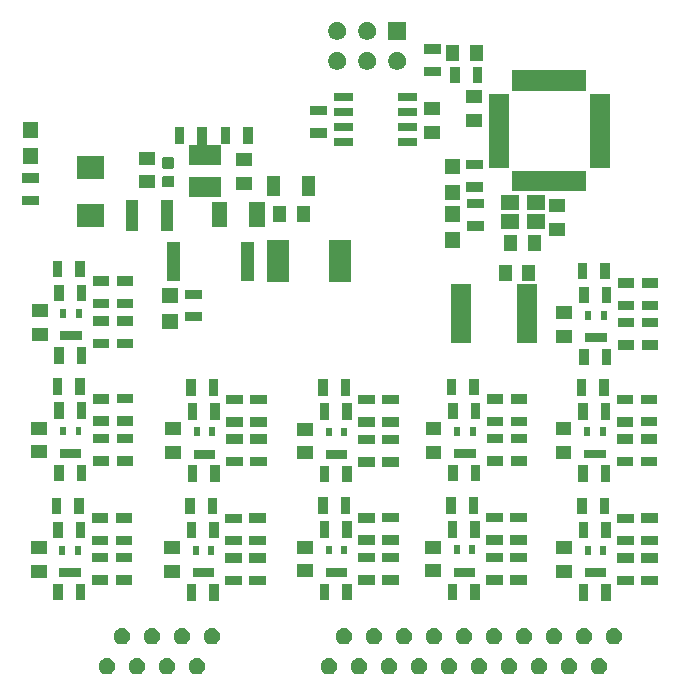
<source format=gbr>
G04 #@! TF.GenerationSoftware,KiCad,Pcbnew,5.1.5-52549c5~84~ubuntu16.04.1*
G04 #@! TF.CreationDate,2019-12-28T13:07:50-05:00*
G04 #@! TF.ProjectId,Chassis_Strain,43686173-7369-4735-9f53-747261696e2e,rev?*
G04 #@! TF.SameCoordinates,Original*
G04 #@! TF.FileFunction,Soldermask,Top*
G04 #@! TF.FilePolarity,Negative*
%FSLAX46Y46*%
G04 Gerber Fmt 4.6, Leading zero omitted, Abs format (unit mm)*
G04 Created by KiCad (PCBNEW 5.1.5-52549c5~84~ubuntu16.04.1) date 2019-12-28 13:07:50*
%MOMM*%
%LPD*%
G04 APERTURE LIST*
%ADD10C,1.000000*%
G04 APERTURE END LIST*
D10*
G36*
X135840473Y-143216938D02*
G01*
X135968049Y-143269782D01*
X136082859Y-143346495D01*
X136180505Y-143444141D01*
X136257218Y-143558951D01*
X136310062Y-143686527D01*
X136337000Y-143821956D01*
X136337000Y-143960044D01*
X136310062Y-144095473D01*
X136257218Y-144223049D01*
X136180505Y-144337859D01*
X136082859Y-144435505D01*
X135968049Y-144512218D01*
X135840473Y-144565062D01*
X135705044Y-144592000D01*
X135566956Y-144592000D01*
X135431527Y-144565062D01*
X135303951Y-144512218D01*
X135189141Y-144435505D01*
X135091495Y-144337859D01*
X135014782Y-144223049D01*
X134961938Y-144095473D01*
X134935000Y-143960044D01*
X134935000Y-143821956D01*
X134961938Y-143686527D01*
X135014782Y-143558951D01*
X135091495Y-143444141D01*
X135189141Y-143346495D01*
X135303951Y-143269782D01*
X135431527Y-143216938D01*
X135566956Y-143190000D01*
X135705044Y-143190000D01*
X135840473Y-143216938D01*
G37*
G36*
X156160473Y-143216938D02*
G01*
X156288049Y-143269782D01*
X156402859Y-143346495D01*
X156500505Y-143444141D01*
X156577218Y-143558951D01*
X156630062Y-143686527D01*
X156657000Y-143821956D01*
X156657000Y-143960044D01*
X156630062Y-144095473D01*
X156577218Y-144223049D01*
X156500505Y-144337859D01*
X156402859Y-144435505D01*
X156288049Y-144512218D01*
X156160473Y-144565062D01*
X156025044Y-144592000D01*
X155886956Y-144592000D01*
X155751527Y-144565062D01*
X155623951Y-144512218D01*
X155509141Y-144435505D01*
X155411495Y-144337859D01*
X155334782Y-144223049D01*
X155281938Y-144095473D01*
X155255000Y-143960044D01*
X155255000Y-143821956D01*
X155281938Y-143686527D01*
X155334782Y-143558951D01*
X155411495Y-143444141D01*
X155509141Y-143346495D01*
X155623951Y-143269782D01*
X155751527Y-143216938D01*
X155886956Y-143190000D01*
X156025044Y-143190000D01*
X156160473Y-143216938D01*
G37*
G36*
X124664473Y-143216938D02*
G01*
X124792049Y-143269782D01*
X124906859Y-143346495D01*
X125004505Y-143444141D01*
X125081218Y-143558951D01*
X125134062Y-143686527D01*
X125161000Y-143821956D01*
X125161000Y-143960044D01*
X125134062Y-144095473D01*
X125081218Y-144223049D01*
X125004505Y-144337859D01*
X124906859Y-144435505D01*
X124792049Y-144512218D01*
X124664473Y-144565062D01*
X124529044Y-144592000D01*
X124390956Y-144592000D01*
X124255527Y-144565062D01*
X124127951Y-144512218D01*
X124013141Y-144435505D01*
X123915495Y-144337859D01*
X123838782Y-144223049D01*
X123785938Y-144095473D01*
X123759000Y-143960044D01*
X123759000Y-143821956D01*
X123785938Y-143686527D01*
X123838782Y-143558951D01*
X123915495Y-143444141D01*
X124013141Y-143346495D01*
X124127951Y-143269782D01*
X124255527Y-143216938D01*
X124390956Y-143190000D01*
X124529044Y-143190000D01*
X124664473Y-143216938D01*
G37*
G36*
X122124473Y-143216938D02*
G01*
X122252049Y-143269782D01*
X122366859Y-143346495D01*
X122464505Y-143444141D01*
X122541218Y-143558951D01*
X122594062Y-143686527D01*
X122621000Y-143821956D01*
X122621000Y-143960044D01*
X122594062Y-144095473D01*
X122541218Y-144223049D01*
X122464505Y-144337859D01*
X122366859Y-144435505D01*
X122252049Y-144512218D01*
X122124473Y-144565062D01*
X121989044Y-144592000D01*
X121850956Y-144592000D01*
X121715527Y-144565062D01*
X121587951Y-144512218D01*
X121473141Y-144435505D01*
X121375495Y-144337859D01*
X121298782Y-144223049D01*
X121245938Y-144095473D01*
X121219000Y-143960044D01*
X121219000Y-143821956D01*
X121245938Y-143686527D01*
X121298782Y-143558951D01*
X121375495Y-143444141D01*
X121473141Y-143346495D01*
X121587951Y-143269782D01*
X121715527Y-143216938D01*
X121850956Y-143190000D01*
X121989044Y-143190000D01*
X122124473Y-143216938D01*
G37*
G36*
X119584473Y-143216938D02*
G01*
X119712049Y-143269782D01*
X119826859Y-143346495D01*
X119924505Y-143444141D01*
X120001218Y-143558951D01*
X120054062Y-143686527D01*
X120081000Y-143821956D01*
X120081000Y-143960044D01*
X120054062Y-144095473D01*
X120001218Y-144223049D01*
X119924505Y-144337859D01*
X119826859Y-144435505D01*
X119712049Y-144512218D01*
X119584473Y-144565062D01*
X119449044Y-144592000D01*
X119310956Y-144592000D01*
X119175527Y-144565062D01*
X119047951Y-144512218D01*
X118933141Y-144435505D01*
X118835495Y-144337859D01*
X118758782Y-144223049D01*
X118705938Y-144095473D01*
X118679000Y-143960044D01*
X118679000Y-143821956D01*
X118705938Y-143686527D01*
X118758782Y-143558951D01*
X118835495Y-143444141D01*
X118933141Y-143346495D01*
X119047951Y-143269782D01*
X119175527Y-143216938D01*
X119310956Y-143190000D01*
X119449044Y-143190000D01*
X119584473Y-143216938D01*
G37*
G36*
X117044473Y-143216938D02*
G01*
X117172049Y-143269782D01*
X117286859Y-143346495D01*
X117384505Y-143444141D01*
X117461218Y-143558951D01*
X117514062Y-143686527D01*
X117541000Y-143821956D01*
X117541000Y-143960044D01*
X117514062Y-144095473D01*
X117461218Y-144223049D01*
X117384505Y-144337859D01*
X117286859Y-144435505D01*
X117172049Y-144512218D01*
X117044473Y-144565062D01*
X116909044Y-144592000D01*
X116770956Y-144592000D01*
X116635527Y-144565062D01*
X116507951Y-144512218D01*
X116393141Y-144435505D01*
X116295495Y-144337859D01*
X116218782Y-144223049D01*
X116165938Y-144095473D01*
X116139000Y-143960044D01*
X116139000Y-143821956D01*
X116165938Y-143686527D01*
X116218782Y-143558951D01*
X116295495Y-143444141D01*
X116393141Y-143346495D01*
X116507951Y-143269782D01*
X116635527Y-143216938D01*
X116770956Y-143190000D01*
X116909044Y-143190000D01*
X117044473Y-143216938D01*
G37*
G36*
X158700473Y-143216938D02*
G01*
X158828049Y-143269782D01*
X158942859Y-143346495D01*
X159040505Y-143444141D01*
X159117218Y-143558951D01*
X159170062Y-143686527D01*
X159197000Y-143821956D01*
X159197000Y-143960044D01*
X159170062Y-144095473D01*
X159117218Y-144223049D01*
X159040505Y-144337859D01*
X158942859Y-144435505D01*
X158828049Y-144512218D01*
X158700473Y-144565062D01*
X158565044Y-144592000D01*
X158426956Y-144592000D01*
X158291527Y-144565062D01*
X158163951Y-144512218D01*
X158049141Y-144435505D01*
X157951495Y-144337859D01*
X157874782Y-144223049D01*
X157821938Y-144095473D01*
X157795000Y-143960044D01*
X157795000Y-143821956D01*
X157821938Y-143686527D01*
X157874782Y-143558951D01*
X157951495Y-143444141D01*
X158049141Y-143346495D01*
X158163951Y-143269782D01*
X158291527Y-143216938D01*
X158426956Y-143190000D01*
X158565044Y-143190000D01*
X158700473Y-143216938D01*
G37*
G36*
X153620473Y-143216938D02*
G01*
X153748049Y-143269782D01*
X153862859Y-143346495D01*
X153960505Y-143444141D01*
X154037218Y-143558951D01*
X154090062Y-143686527D01*
X154117000Y-143821956D01*
X154117000Y-143960044D01*
X154090062Y-144095473D01*
X154037218Y-144223049D01*
X153960505Y-144337859D01*
X153862859Y-144435505D01*
X153748049Y-144512218D01*
X153620473Y-144565062D01*
X153485044Y-144592000D01*
X153346956Y-144592000D01*
X153211527Y-144565062D01*
X153083951Y-144512218D01*
X152969141Y-144435505D01*
X152871495Y-144337859D01*
X152794782Y-144223049D01*
X152741938Y-144095473D01*
X152715000Y-143960044D01*
X152715000Y-143821956D01*
X152741938Y-143686527D01*
X152794782Y-143558951D01*
X152871495Y-143444141D01*
X152969141Y-143346495D01*
X153083951Y-143269782D01*
X153211527Y-143216938D01*
X153346956Y-143190000D01*
X153485044Y-143190000D01*
X153620473Y-143216938D01*
G37*
G36*
X148540473Y-143216938D02*
G01*
X148668049Y-143269782D01*
X148782859Y-143346495D01*
X148880505Y-143444141D01*
X148957218Y-143558951D01*
X149010062Y-143686527D01*
X149037000Y-143821956D01*
X149037000Y-143960044D01*
X149010062Y-144095473D01*
X148957218Y-144223049D01*
X148880505Y-144337859D01*
X148782859Y-144435505D01*
X148668049Y-144512218D01*
X148540473Y-144565062D01*
X148405044Y-144592000D01*
X148266956Y-144592000D01*
X148131527Y-144565062D01*
X148003951Y-144512218D01*
X147889141Y-144435505D01*
X147791495Y-144337859D01*
X147714782Y-144223049D01*
X147661938Y-144095473D01*
X147635000Y-143960044D01*
X147635000Y-143821956D01*
X147661938Y-143686527D01*
X147714782Y-143558951D01*
X147791495Y-143444141D01*
X147889141Y-143346495D01*
X148003951Y-143269782D01*
X148131527Y-143216938D01*
X148266956Y-143190000D01*
X148405044Y-143190000D01*
X148540473Y-143216938D01*
G37*
G36*
X151080473Y-143216938D02*
G01*
X151208049Y-143269782D01*
X151322859Y-143346495D01*
X151420505Y-143444141D01*
X151497218Y-143558951D01*
X151550062Y-143686527D01*
X151577000Y-143821956D01*
X151577000Y-143960044D01*
X151550062Y-144095473D01*
X151497218Y-144223049D01*
X151420505Y-144337859D01*
X151322859Y-144435505D01*
X151208049Y-144512218D01*
X151080473Y-144565062D01*
X150945044Y-144592000D01*
X150806956Y-144592000D01*
X150671527Y-144565062D01*
X150543951Y-144512218D01*
X150429141Y-144435505D01*
X150331495Y-144337859D01*
X150254782Y-144223049D01*
X150201938Y-144095473D01*
X150175000Y-143960044D01*
X150175000Y-143821956D01*
X150201938Y-143686527D01*
X150254782Y-143558951D01*
X150331495Y-143444141D01*
X150429141Y-143346495D01*
X150543951Y-143269782D01*
X150671527Y-143216938D01*
X150806956Y-143190000D01*
X150945044Y-143190000D01*
X151080473Y-143216938D01*
G37*
G36*
X138380473Y-143216938D02*
G01*
X138508049Y-143269782D01*
X138622859Y-143346495D01*
X138720505Y-143444141D01*
X138797218Y-143558951D01*
X138850062Y-143686527D01*
X138877000Y-143821956D01*
X138877000Y-143960044D01*
X138850062Y-144095473D01*
X138797218Y-144223049D01*
X138720505Y-144337859D01*
X138622859Y-144435505D01*
X138508049Y-144512218D01*
X138380473Y-144565062D01*
X138245044Y-144592000D01*
X138106956Y-144592000D01*
X137971527Y-144565062D01*
X137843951Y-144512218D01*
X137729141Y-144435505D01*
X137631495Y-144337859D01*
X137554782Y-144223049D01*
X137501938Y-144095473D01*
X137475000Y-143960044D01*
X137475000Y-143821956D01*
X137501938Y-143686527D01*
X137554782Y-143558951D01*
X137631495Y-143444141D01*
X137729141Y-143346495D01*
X137843951Y-143269782D01*
X137971527Y-143216938D01*
X138106956Y-143190000D01*
X138245044Y-143190000D01*
X138380473Y-143216938D01*
G37*
G36*
X140920473Y-143216938D02*
G01*
X141048049Y-143269782D01*
X141162859Y-143346495D01*
X141260505Y-143444141D01*
X141337218Y-143558951D01*
X141390062Y-143686527D01*
X141417000Y-143821956D01*
X141417000Y-143960044D01*
X141390062Y-144095473D01*
X141337218Y-144223049D01*
X141260505Y-144337859D01*
X141162859Y-144435505D01*
X141048049Y-144512218D01*
X140920473Y-144565062D01*
X140785044Y-144592000D01*
X140646956Y-144592000D01*
X140511527Y-144565062D01*
X140383951Y-144512218D01*
X140269141Y-144435505D01*
X140171495Y-144337859D01*
X140094782Y-144223049D01*
X140041938Y-144095473D01*
X140015000Y-143960044D01*
X140015000Y-143821956D01*
X140041938Y-143686527D01*
X140094782Y-143558951D01*
X140171495Y-143444141D01*
X140269141Y-143346495D01*
X140383951Y-143269782D01*
X140511527Y-143216938D01*
X140646956Y-143190000D01*
X140785044Y-143190000D01*
X140920473Y-143216938D01*
G37*
G36*
X146000473Y-143216938D02*
G01*
X146128049Y-143269782D01*
X146242859Y-143346495D01*
X146340505Y-143444141D01*
X146417218Y-143558951D01*
X146470062Y-143686527D01*
X146497000Y-143821956D01*
X146497000Y-143960044D01*
X146470062Y-144095473D01*
X146417218Y-144223049D01*
X146340505Y-144337859D01*
X146242859Y-144435505D01*
X146128049Y-144512218D01*
X146000473Y-144565062D01*
X145865044Y-144592000D01*
X145726956Y-144592000D01*
X145591527Y-144565062D01*
X145463951Y-144512218D01*
X145349141Y-144435505D01*
X145251495Y-144337859D01*
X145174782Y-144223049D01*
X145121938Y-144095473D01*
X145095000Y-143960044D01*
X145095000Y-143821956D01*
X145121938Y-143686527D01*
X145174782Y-143558951D01*
X145251495Y-143444141D01*
X145349141Y-143346495D01*
X145463951Y-143269782D01*
X145591527Y-143216938D01*
X145726956Y-143190000D01*
X145865044Y-143190000D01*
X146000473Y-143216938D01*
G37*
G36*
X143460473Y-143216938D02*
G01*
X143588049Y-143269782D01*
X143702859Y-143346495D01*
X143800505Y-143444141D01*
X143877218Y-143558951D01*
X143930062Y-143686527D01*
X143957000Y-143821956D01*
X143957000Y-143960044D01*
X143930062Y-144095473D01*
X143877218Y-144223049D01*
X143800505Y-144337859D01*
X143702859Y-144435505D01*
X143588049Y-144512218D01*
X143460473Y-144565062D01*
X143325044Y-144592000D01*
X143186956Y-144592000D01*
X143051527Y-144565062D01*
X142923951Y-144512218D01*
X142809141Y-144435505D01*
X142711495Y-144337859D01*
X142634782Y-144223049D01*
X142581938Y-144095473D01*
X142555000Y-143960044D01*
X142555000Y-143821956D01*
X142581938Y-143686527D01*
X142634782Y-143558951D01*
X142711495Y-143444141D01*
X142809141Y-143346495D01*
X142923951Y-143269782D01*
X143051527Y-143216938D01*
X143186956Y-143190000D01*
X143325044Y-143190000D01*
X143460473Y-143216938D01*
G37*
G36*
X154890473Y-140676938D02*
G01*
X155018049Y-140729782D01*
X155132859Y-140806495D01*
X155230505Y-140904141D01*
X155307218Y-141018951D01*
X155360062Y-141146527D01*
X155387000Y-141281956D01*
X155387000Y-141420044D01*
X155360062Y-141555473D01*
X155307218Y-141683049D01*
X155230505Y-141797859D01*
X155132859Y-141895505D01*
X155018049Y-141972218D01*
X154890473Y-142025062D01*
X154755044Y-142052000D01*
X154616956Y-142052000D01*
X154481527Y-142025062D01*
X154353951Y-141972218D01*
X154239141Y-141895505D01*
X154141495Y-141797859D01*
X154064782Y-141683049D01*
X154011938Y-141555473D01*
X153985000Y-141420044D01*
X153985000Y-141281956D01*
X154011938Y-141146527D01*
X154064782Y-141018951D01*
X154141495Y-140904141D01*
X154239141Y-140806495D01*
X154353951Y-140729782D01*
X154481527Y-140676938D01*
X154616956Y-140650000D01*
X154755044Y-140650000D01*
X154890473Y-140676938D01*
G37*
G36*
X120854473Y-140676938D02*
G01*
X120982049Y-140729782D01*
X121096859Y-140806495D01*
X121194505Y-140904141D01*
X121271218Y-141018951D01*
X121324062Y-141146527D01*
X121351000Y-141281956D01*
X121351000Y-141420044D01*
X121324062Y-141555473D01*
X121271218Y-141683049D01*
X121194505Y-141797859D01*
X121096859Y-141895505D01*
X120982049Y-141972218D01*
X120854473Y-142025062D01*
X120719044Y-142052000D01*
X120580956Y-142052000D01*
X120445527Y-142025062D01*
X120317951Y-141972218D01*
X120203141Y-141895505D01*
X120105495Y-141797859D01*
X120028782Y-141683049D01*
X119975938Y-141555473D01*
X119949000Y-141420044D01*
X119949000Y-141281956D01*
X119975938Y-141146527D01*
X120028782Y-141018951D01*
X120105495Y-140904141D01*
X120203141Y-140806495D01*
X120317951Y-140729782D01*
X120445527Y-140676938D01*
X120580956Y-140650000D01*
X120719044Y-140650000D01*
X120854473Y-140676938D01*
G37*
G36*
X137110473Y-140676938D02*
G01*
X137238049Y-140729782D01*
X137352859Y-140806495D01*
X137450505Y-140904141D01*
X137527218Y-141018951D01*
X137580062Y-141146527D01*
X137607000Y-141281956D01*
X137607000Y-141420044D01*
X137580062Y-141555473D01*
X137527218Y-141683049D01*
X137450505Y-141797859D01*
X137352859Y-141895505D01*
X137238049Y-141972218D01*
X137110473Y-142025062D01*
X136975044Y-142052000D01*
X136836956Y-142052000D01*
X136701527Y-142025062D01*
X136573951Y-141972218D01*
X136459141Y-141895505D01*
X136361495Y-141797859D01*
X136284782Y-141683049D01*
X136231938Y-141555473D01*
X136205000Y-141420044D01*
X136205000Y-141281956D01*
X136231938Y-141146527D01*
X136284782Y-141018951D01*
X136361495Y-140904141D01*
X136459141Y-140806495D01*
X136573951Y-140729782D01*
X136701527Y-140676938D01*
X136836956Y-140650000D01*
X136975044Y-140650000D01*
X137110473Y-140676938D01*
G37*
G36*
X152350473Y-140676938D02*
G01*
X152478049Y-140729782D01*
X152592859Y-140806495D01*
X152690505Y-140904141D01*
X152767218Y-141018951D01*
X152820062Y-141146527D01*
X152847000Y-141281956D01*
X152847000Y-141420044D01*
X152820062Y-141555473D01*
X152767218Y-141683049D01*
X152690505Y-141797859D01*
X152592859Y-141895505D01*
X152478049Y-141972218D01*
X152350473Y-142025062D01*
X152215044Y-142052000D01*
X152076956Y-142052000D01*
X151941527Y-142025062D01*
X151813951Y-141972218D01*
X151699141Y-141895505D01*
X151601495Y-141797859D01*
X151524782Y-141683049D01*
X151471938Y-141555473D01*
X151445000Y-141420044D01*
X151445000Y-141281956D01*
X151471938Y-141146527D01*
X151524782Y-141018951D01*
X151601495Y-140904141D01*
X151699141Y-140806495D01*
X151813951Y-140729782D01*
X151941527Y-140676938D01*
X152076956Y-140650000D01*
X152215044Y-140650000D01*
X152350473Y-140676938D01*
G37*
G36*
X147270473Y-140676938D02*
G01*
X147398049Y-140729782D01*
X147512859Y-140806495D01*
X147610505Y-140904141D01*
X147687218Y-141018951D01*
X147740062Y-141146527D01*
X147767000Y-141281956D01*
X147767000Y-141420044D01*
X147740062Y-141555473D01*
X147687218Y-141683049D01*
X147610505Y-141797859D01*
X147512859Y-141895505D01*
X147398049Y-141972218D01*
X147270473Y-142025062D01*
X147135044Y-142052000D01*
X146996956Y-142052000D01*
X146861527Y-142025062D01*
X146733951Y-141972218D01*
X146619141Y-141895505D01*
X146521495Y-141797859D01*
X146444782Y-141683049D01*
X146391938Y-141555473D01*
X146365000Y-141420044D01*
X146365000Y-141281956D01*
X146391938Y-141146527D01*
X146444782Y-141018951D01*
X146521495Y-140904141D01*
X146619141Y-140806495D01*
X146733951Y-140729782D01*
X146861527Y-140676938D01*
X146996956Y-140650000D01*
X147135044Y-140650000D01*
X147270473Y-140676938D01*
G37*
G36*
X157430473Y-140676938D02*
G01*
X157558049Y-140729782D01*
X157672859Y-140806495D01*
X157770505Y-140904141D01*
X157847218Y-141018951D01*
X157900062Y-141146527D01*
X157927000Y-141281956D01*
X157927000Y-141420044D01*
X157900062Y-141555473D01*
X157847218Y-141683049D01*
X157770505Y-141797859D01*
X157672859Y-141895505D01*
X157558049Y-141972218D01*
X157430473Y-142025062D01*
X157295044Y-142052000D01*
X157156956Y-142052000D01*
X157021527Y-142025062D01*
X156893951Y-141972218D01*
X156779141Y-141895505D01*
X156681495Y-141797859D01*
X156604782Y-141683049D01*
X156551938Y-141555473D01*
X156525000Y-141420044D01*
X156525000Y-141281956D01*
X156551938Y-141146527D01*
X156604782Y-141018951D01*
X156681495Y-140904141D01*
X156779141Y-140806495D01*
X156893951Y-140729782D01*
X157021527Y-140676938D01*
X157156956Y-140650000D01*
X157295044Y-140650000D01*
X157430473Y-140676938D01*
G37*
G36*
X149810473Y-140676938D02*
G01*
X149938049Y-140729782D01*
X150052859Y-140806495D01*
X150150505Y-140904141D01*
X150227218Y-141018951D01*
X150280062Y-141146527D01*
X150307000Y-141281956D01*
X150307000Y-141420044D01*
X150280062Y-141555473D01*
X150227218Y-141683049D01*
X150150505Y-141797859D01*
X150052859Y-141895505D01*
X149938049Y-141972218D01*
X149810473Y-142025062D01*
X149675044Y-142052000D01*
X149536956Y-142052000D01*
X149401527Y-142025062D01*
X149273951Y-141972218D01*
X149159141Y-141895505D01*
X149061495Y-141797859D01*
X148984782Y-141683049D01*
X148931938Y-141555473D01*
X148905000Y-141420044D01*
X148905000Y-141281956D01*
X148931938Y-141146527D01*
X148984782Y-141018951D01*
X149061495Y-140904141D01*
X149159141Y-140806495D01*
X149273951Y-140729782D01*
X149401527Y-140676938D01*
X149536956Y-140650000D01*
X149675044Y-140650000D01*
X149810473Y-140676938D01*
G37*
G36*
X159970473Y-140676938D02*
G01*
X160098049Y-140729782D01*
X160212859Y-140806495D01*
X160310505Y-140904141D01*
X160387218Y-141018951D01*
X160440062Y-141146527D01*
X160467000Y-141281956D01*
X160467000Y-141420044D01*
X160440062Y-141555473D01*
X160387218Y-141683049D01*
X160310505Y-141797859D01*
X160212859Y-141895505D01*
X160098049Y-141972218D01*
X159970473Y-142025062D01*
X159835044Y-142052000D01*
X159696956Y-142052000D01*
X159561527Y-142025062D01*
X159433951Y-141972218D01*
X159319141Y-141895505D01*
X159221495Y-141797859D01*
X159144782Y-141683049D01*
X159091938Y-141555473D01*
X159065000Y-141420044D01*
X159065000Y-141281956D01*
X159091938Y-141146527D01*
X159144782Y-141018951D01*
X159221495Y-140904141D01*
X159319141Y-140806495D01*
X159433951Y-140729782D01*
X159561527Y-140676938D01*
X159696956Y-140650000D01*
X159835044Y-140650000D01*
X159970473Y-140676938D01*
G37*
G36*
X118314473Y-140676938D02*
G01*
X118442049Y-140729782D01*
X118556859Y-140806495D01*
X118654505Y-140904141D01*
X118731218Y-141018951D01*
X118784062Y-141146527D01*
X118811000Y-141281956D01*
X118811000Y-141420044D01*
X118784062Y-141555473D01*
X118731218Y-141683049D01*
X118654505Y-141797859D01*
X118556859Y-141895505D01*
X118442049Y-141972218D01*
X118314473Y-142025062D01*
X118179044Y-142052000D01*
X118040956Y-142052000D01*
X117905527Y-142025062D01*
X117777951Y-141972218D01*
X117663141Y-141895505D01*
X117565495Y-141797859D01*
X117488782Y-141683049D01*
X117435938Y-141555473D01*
X117409000Y-141420044D01*
X117409000Y-141281956D01*
X117435938Y-141146527D01*
X117488782Y-141018951D01*
X117565495Y-140904141D01*
X117663141Y-140806495D01*
X117777951Y-140729782D01*
X117905527Y-140676938D01*
X118040956Y-140650000D01*
X118179044Y-140650000D01*
X118314473Y-140676938D01*
G37*
G36*
X144730473Y-140676938D02*
G01*
X144858049Y-140729782D01*
X144972859Y-140806495D01*
X145070505Y-140904141D01*
X145147218Y-141018951D01*
X145200062Y-141146527D01*
X145227000Y-141281956D01*
X145227000Y-141420044D01*
X145200062Y-141555473D01*
X145147218Y-141683049D01*
X145070505Y-141797859D01*
X144972859Y-141895505D01*
X144858049Y-141972218D01*
X144730473Y-142025062D01*
X144595044Y-142052000D01*
X144456956Y-142052000D01*
X144321527Y-142025062D01*
X144193951Y-141972218D01*
X144079141Y-141895505D01*
X143981495Y-141797859D01*
X143904782Y-141683049D01*
X143851938Y-141555473D01*
X143825000Y-141420044D01*
X143825000Y-141281956D01*
X143851938Y-141146527D01*
X143904782Y-141018951D01*
X143981495Y-140904141D01*
X144079141Y-140806495D01*
X144193951Y-140729782D01*
X144321527Y-140676938D01*
X144456956Y-140650000D01*
X144595044Y-140650000D01*
X144730473Y-140676938D01*
G37*
G36*
X125934473Y-140676938D02*
G01*
X126062049Y-140729782D01*
X126176859Y-140806495D01*
X126274505Y-140904141D01*
X126351218Y-141018951D01*
X126404062Y-141146527D01*
X126431000Y-141281956D01*
X126431000Y-141420044D01*
X126404062Y-141555473D01*
X126351218Y-141683049D01*
X126274505Y-141797859D01*
X126176859Y-141895505D01*
X126062049Y-141972218D01*
X125934473Y-142025062D01*
X125799044Y-142052000D01*
X125660956Y-142052000D01*
X125525527Y-142025062D01*
X125397951Y-141972218D01*
X125283141Y-141895505D01*
X125185495Y-141797859D01*
X125108782Y-141683049D01*
X125055938Y-141555473D01*
X125029000Y-141420044D01*
X125029000Y-141281956D01*
X125055938Y-141146527D01*
X125108782Y-141018951D01*
X125185495Y-140904141D01*
X125283141Y-140806495D01*
X125397951Y-140729782D01*
X125525527Y-140676938D01*
X125660956Y-140650000D01*
X125799044Y-140650000D01*
X125934473Y-140676938D01*
G37*
G36*
X142190473Y-140676938D02*
G01*
X142318049Y-140729782D01*
X142432859Y-140806495D01*
X142530505Y-140904141D01*
X142607218Y-141018951D01*
X142660062Y-141146527D01*
X142687000Y-141281956D01*
X142687000Y-141420044D01*
X142660062Y-141555473D01*
X142607218Y-141683049D01*
X142530505Y-141797859D01*
X142432859Y-141895505D01*
X142318049Y-141972218D01*
X142190473Y-142025062D01*
X142055044Y-142052000D01*
X141916956Y-142052000D01*
X141781527Y-142025062D01*
X141653951Y-141972218D01*
X141539141Y-141895505D01*
X141441495Y-141797859D01*
X141364782Y-141683049D01*
X141311938Y-141555473D01*
X141285000Y-141420044D01*
X141285000Y-141281956D01*
X141311938Y-141146527D01*
X141364782Y-141018951D01*
X141441495Y-140904141D01*
X141539141Y-140806495D01*
X141653951Y-140729782D01*
X141781527Y-140676938D01*
X141916956Y-140650000D01*
X142055044Y-140650000D01*
X142190473Y-140676938D01*
G37*
G36*
X123394473Y-140676938D02*
G01*
X123522049Y-140729782D01*
X123636859Y-140806495D01*
X123734505Y-140904141D01*
X123811218Y-141018951D01*
X123864062Y-141146527D01*
X123891000Y-141281956D01*
X123891000Y-141420044D01*
X123864062Y-141555473D01*
X123811218Y-141683049D01*
X123734505Y-141797859D01*
X123636859Y-141895505D01*
X123522049Y-141972218D01*
X123394473Y-142025062D01*
X123259044Y-142052000D01*
X123120956Y-142052000D01*
X122985527Y-142025062D01*
X122857951Y-141972218D01*
X122743141Y-141895505D01*
X122645495Y-141797859D01*
X122568782Y-141683049D01*
X122515938Y-141555473D01*
X122489000Y-141420044D01*
X122489000Y-141281956D01*
X122515938Y-141146527D01*
X122568782Y-141018951D01*
X122645495Y-140904141D01*
X122743141Y-140806495D01*
X122857951Y-140729782D01*
X122985527Y-140676938D01*
X123120956Y-140650000D01*
X123259044Y-140650000D01*
X123394473Y-140676938D01*
G37*
G36*
X139650473Y-140676938D02*
G01*
X139778049Y-140729782D01*
X139892859Y-140806495D01*
X139990505Y-140904141D01*
X140067218Y-141018951D01*
X140120062Y-141146527D01*
X140147000Y-141281956D01*
X140147000Y-141420044D01*
X140120062Y-141555473D01*
X140067218Y-141683049D01*
X139990505Y-141797859D01*
X139892859Y-141895505D01*
X139778049Y-141972218D01*
X139650473Y-142025062D01*
X139515044Y-142052000D01*
X139376956Y-142052000D01*
X139241527Y-142025062D01*
X139113951Y-141972218D01*
X138999141Y-141895505D01*
X138901495Y-141797859D01*
X138824782Y-141683049D01*
X138771938Y-141555473D01*
X138745000Y-141420044D01*
X138745000Y-141281956D01*
X138771938Y-141146527D01*
X138824782Y-141018951D01*
X138901495Y-140904141D01*
X138999141Y-140806495D01*
X139113951Y-140729782D01*
X139241527Y-140676938D01*
X139376956Y-140650000D01*
X139515044Y-140650000D01*
X139650473Y-140676938D01*
G37*
G36*
X157579501Y-138347999D02*
G01*
X156777501Y-138347999D01*
X156777501Y-136945999D01*
X157579501Y-136945999D01*
X157579501Y-138347999D01*
G37*
G36*
X159479501Y-138347999D02*
G01*
X158677501Y-138347999D01*
X158677501Y-136945999D01*
X159479501Y-136945999D01*
X159479501Y-138347999D01*
G37*
G36*
X124412501Y-138346499D02*
G01*
X123610501Y-138346499D01*
X123610501Y-136944499D01*
X124412501Y-136944499D01*
X124412501Y-138346499D01*
G37*
G36*
X126312501Y-138346499D02*
G01*
X125510501Y-138346499D01*
X125510501Y-136944499D01*
X126312501Y-136944499D01*
X126312501Y-138346499D01*
G37*
G36*
X113116501Y-138326999D02*
G01*
X112314501Y-138326999D01*
X112314501Y-136924999D01*
X113116501Y-136924999D01*
X113116501Y-138326999D01*
G37*
G36*
X115016501Y-138326999D02*
G01*
X114214501Y-138326999D01*
X114214501Y-136924999D01*
X115016501Y-136924999D01*
X115016501Y-138326999D01*
G37*
G36*
X137571001Y-138306499D02*
G01*
X136769001Y-138306499D01*
X136769001Y-136904499D01*
X137571001Y-136904499D01*
X137571001Y-138306499D01*
G37*
G36*
X135671001Y-138306499D02*
G01*
X134869001Y-138306499D01*
X134869001Y-136904499D01*
X135671001Y-136904499D01*
X135671001Y-138306499D01*
G37*
G36*
X148410501Y-138293499D02*
G01*
X147608501Y-138293499D01*
X147608501Y-136891499D01*
X148410501Y-136891499D01*
X148410501Y-138293499D01*
G37*
G36*
X146510501Y-138293499D02*
G01*
X145708501Y-138293499D01*
X145708501Y-136891499D01*
X146510501Y-136891499D01*
X146510501Y-138293499D01*
G37*
G36*
X163462501Y-137029499D02*
G01*
X162060501Y-137029499D01*
X162060501Y-136227499D01*
X163462501Y-136227499D01*
X163462501Y-137029499D01*
G37*
G36*
X161430501Y-137029499D02*
G01*
X160028501Y-137029499D01*
X160028501Y-136227499D01*
X161430501Y-136227499D01*
X161430501Y-137029499D01*
G37*
G36*
X128263501Y-137027999D02*
G01*
X126861501Y-137027999D01*
X126861501Y-136225999D01*
X128263501Y-136225999D01*
X128263501Y-137027999D01*
G37*
G36*
X130295501Y-137027999D02*
G01*
X128893501Y-137027999D01*
X128893501Y-136225999D01*
X130295501Y-136225999D01*
X130295501Y-137027999D01*
G37*
G36*
X116967501Y-137008499D02*
G01*
X115565501Y-137008499D01*
X115565501Y-136206499D01*
X116967501Y-136206499D01*
X116967501Y-137008499D01*
G37*
G36*
X118999501Y-137008499D02*
G01*
X117597501Y-137008499D01*
X117597501Y-136206499D01*
X118999501Y-136206499D01*
X118999501Y-137008499D01*
G37*
G36*
X141554001Y-136987999D02*
G01*
X140152001Y-136987999D01*
X140152001Y-136185999D01*
X141554001Y-136185999D01*
X141554001Y-136987999D01*
G37*
G36*
X139522001Y-136987999D02*
G01*
X138120001Y-136987999D01*
X138120001Y-136185999D01*
X139522001Y-136185999D01*
X139522001Y-136987999D01*
G37*
G36*
X150361501Y-136974999D02*
G01*
X148959501Y-136974999D01*
X148959501Y-136172999D01*
X150361501Y-136172999D01*
X150361501Y-136974999D01*
G37*
G36*
X152393501Y-136974999D02*
G01*
X150991501Y-136974999D01*
X150991501Y-136172999D01*
X152393501Y-136172999D01*
X152393501Y-136974999D01*
G37*
G36*
X156198501Y-136419999D02*
G01*
X154846501Y-136419999D01*
X154846501Y-135317999D01*
X156198501Y-135317999D01*
X156198501Y-136419999D01*
G37*
G36*
X123031501Y-136418499D02*
G01*
X121679501Y-136418499D01*
X121679501Y-135316499D01*
X123031501Y-135316499D01*
X123031501Y-136418499D01*
G37*
G36*
X111735501Y-136398999D02*
G01*
X110383501Y-136398999D01*
X110383501Y-135296999D01*
X111735501Y-135296999D01*
X111735501Y-136398999D01*
G37*
G36*
X134290001Y-136378499D02*
G01*
X132938001Y-136378499D01*
X132938001Y-135276499D01*
X134290001Y-135276499D01*
X134290001Y-136378499D01*
G37*
G36*
X159090501Y-136369499D02*
G01*
X157288501Y-136369499D01*
X157288501Y-135617499D01*
X159090501Y-135617499D01*
X159090501Y-136369499D01*
G37*
G36*
X125923501Y-136367999D02*
G01*
X124121501Y-136367999D01*
X124121501Y-135615999D01*
X125923501Y-135615999D01*
X125923501Y-136367999D01*
G37*
G36*
X145129501Y-136365499D02*
G01*
X143777501Y-136365499D01*
X143777501Y-135263499D01*
X145129501Y-135263499D01*
X145129501Y-136365499D01*
G37*
G36*
X114627501Y-136348499D02*
G01*
X112825501Y-136348499D01*
X112825501Y-135596499D01*
X114627501Y-135596499D01*
X114627501Y-136348499D01*
G37*
G36*
X137182001Y-136327999D02*
G01*
X135380001Y-136327999D01*
X135380001Y-135575999D01*
X137182001Y-135575999D01*
X137182001Y-136327999D01*
G37*
G36*
X148021501Y-136314999D02*
G01*
X146219501Y-136314999D01*
X146219501Y-135562999D01*
X148021501Y-135562999D01*
X148021501Y-136314999D01*
G37*
G36*
X161430501Y-135129499D02*
G01*
X160028501Y-135129499D01*
X160028501Y-134327499D01*
X161430501Y-134327499D01*
X161430501Y-135129499D01*
G37*
G36*
X163462501Y-135129499D02*
G01*
X162060501Y-135129499D01*
X162060501Y-134327499D01*
X163462501Y-134327499D01*
X163462501Y-135129499D01*
G37*
G36*
X128263501Y-135127999D02*
G01*
X126861501Y-135127999D01*
X126861501Y-134325999D01*
X128263501Y-134325999D01*
X128263501Y-135127999D01*
G37*
G36*
X130295501Y-135127999D02*
G01*
X128893501Y-135127999D01*
X128893501Y-134325999D01*
X130295501Y-134325999D01*
X130295501Y-135127999D01*
G37*
G36*
X118999501Y-135108499D02*
G01*
X117597501Y-135108499D01*
X117597501Y-134306499D01*
X118999501Y-134306499D01*
X118999501Y-135108499D01*
G37*
G36*
X116967501Y-135108499D02*
G01*
X115565501Y-135108499D01*
X115565501Y-134306499D01*
X116967501Y-134306499D01*
X116967501Y-135108499D01*
G37*
G36*
X141554001Y-135087999D02*
G01*
X140152001Y-135087999D01*
X140152001Y-134285999D01*
X141554001Y-134285999D01*
X141554001Y-135087999D01*
G37*
G36*
X139522001Y-135087999D02*
G01*
X138120001Y-135087999D01*
X138120001Y-134285999D01*
X139522001Y-134285999D01*
X139522001Y-135087999D01*
G37*
G36*
X152393501Y-135074999D02*
G01*
X150991501Y-135074999D01*
X150991501Y-134272999D01*
X152393501Y-134272999D01*
X152393501Y-135074999D01*
G37*
G36*
X150361501Y-135074999D02*
G01*
X148959501Y-135074999D01*
X148959501Y-134272999D01*
X150361501Y-134272999D01*
X150361501Y-135074999D01*
G37*
G36*
X157790501Y-134469499D02*
G01*
X157288501Y-134469499D01*
X157288501Y-133717499D01*
X157790501Y-133717499D01*
X157790501Y-134469499D01*
G37*
G36*
X159090501Y-134469499D02*
G01*
X158588501Y-134469499D01*
X158588501Y-133717499D01*
X159090501Y-133717499D01*
X159090501Y-134469499D01*
G37*
G36*
X124623501Y-134467999D02*
G01*
X124121501Y-134467999D01*
X124121501Y-133715999D01*
X124623501Y-133715999D01*
X124623501Y-134467999D01*
G37*
G36*
X125923501Y-134467999D02*
G01*
X125421501Y-134467999D01*
X125421501Y-133715999D01*
X125923501Y-133715999D01*
X125923501Y-134467999D01*
G37*
G36*
X113327501Y-134448499D02*
G01*
X112825501Y-134448499D01*
X112825501Y-133696499D01*
X113327501Y-133696499D01*
X113327501Y-134448499D01*
G37*
G36*
X114627501Y-134448499D02*
G01*
X114125501Y-134448499D01*
X114125501Y-133696499D01*
X114627501Y-133696499D01*
X114627501Y-134448499D01*
G37*
G36*
X135882001Y-134427999D02*
G01*
X135380001Y-134427999D01*
X135380001Y-133675999D01*
X135882001Y-133675999D01*
X135882001Y-134427999D01*
G37*
G36*
X137182001Y-134427999D02*
G01*
X136680001Y-134427999D01*
X136680001Y-133675999D01*
X137182001Y-133675999D01*
X137182001Y-134427999D01*
G37*
G36*
X156198501Y-134419999D02*
G01*
X154846501Y-134419999D01*
X154846501Y-133317999D01*
X156198501Y-133317999D01*
X156198501Y-134419999D01*
G37*
G36*
X123031501Y-134418499D02*
G01*
X121679501Y-134418499D01*
X121679501Y-133316499D01*
X123031501Y-133316499D01*
X123031501Y-134418499D01*
G37*
G36*
X148021501Y-134414999D02*
G01*
X147519501Y-134414999D01*
X147519501Y-133662999D01*
X148021501Y-133662999D01*
X148021501Y-134414999D01*
G37*
G36*
X146721501Y-134414999D02*
G01*
X146219501Y-134414999D01*
X146219501Y-133662999D01*
X146721501Y-133662999D01*
X146721501Y-134414999D01*
G37*
G36*
X111735501Y-134398999D02*
G01*
X110383501Y-134398999D01*
X110383501Y-133296999D01*
X111735501Y-133296999D01*
X111735501Y-134398999D01*
G37*
G36*
X134290001Y-134378499D02*
G01*
X132938001Y-134378499D01*
X132938001Y-133276499D01*
X134290001Y-133276499D01*
X134290001Y-134378499D01*
G37*
G36*
X145129501Y-134365499D02*
G01*
X143777501Y-134365499D01*
X143777501Y-133263499D01*
X145129501Y-133263499D01*
X145129501Y-134365499D01*
G37*
G36*
X161430501Y-133666499D02*
G01*
X160028501Y-133666499D01*
X160028501Y-132864499D01*
X161430501Y-132864499D01*
X161430501Y-133666499D01*
G37*
G36*
X128263501Y-133664999D02*
G01*
X126861501Y-133664999D01*
X126861501Y-132862999D01*
X128263501Y-132862999D01*
X128263501Y-133664999D01*
G37*
G36*
X163462501Y-133661499D02*
G01*
X162060501Y-133661499D01*
X162060501Y-132859499D01*
X163462501Y-132859499D01*
X163462501Y-133661499D01*
G37*
G36*
X130295501Y-133659999D02*
G01*
X128893501Y-133659999D01*
X128893501Y-132857999D01*
X130295501Y-132857999D01*
X130295501Y-133659999D01*
G37*
G36*
X116967501Y-133645499D02*
G01*
X115565501Y-133645499D01*
X115565501Y-132843499D01*
X116967501Y-132843499D01*
X116967501Y-133645499D01*
G37*
G36*
X118999501Y-133640499D02*
G01*
X117597501Y-133640499D01*
X117597501Y-132838499D01*
X118999501Y-132838499D01*
X118999501Y-133640499D01*
G37*
G36*
X139522001Y-133624999D02*
G01*
X138120001Y-133624999D01*
X138120001Y-132822999D01*
X139522001Y-132822999D01*
X139522001Y-133624999D01*
G37*
G36*
X141554001Y-133619999D02*
G01*
X140152001Y-133619999D01*
X140152001Y-132817999D01*
X141554001Y-132817999D01*
X141554001Y-133619999D01*
G37*
G36*
X150361501Y-133611999D02*
G01*
X148959501Y-133611999D01*
X148959501Y-132809999D01*
X150361501Y-132809999D01*
X150361501Y-133611999D01*
G37*
G36*
X152393501Y-133606999D02*
G01*
X150991501Y-133606999D01*
X150991501Y-132804999D01*
X152393501Y-132804999D01*
X152393501Y-133606999D01*
G37*
G36*
X157579501Y-133077499D02*
G01*
X156777501Y-133077499D01*
X156777501Y-131675499D01*
X157579501Y-131675499D01*
X157579501Y-133077499D01*
G37*
G36*
X159479501Y-133077499D02*
G01*
X158677501Y-133077499D01*
X158677501Y-131675499D01*
X159479501Y-131675499D01*
X159479501Y-133077499D01*
G37*
G36*
X124412501Y-133075999D02*
G01*
X123610501Y-133075999D01*
X123610501Y-131673999D01*
X124412501Y-131673999D01*
X124412501Y-133075999D01*
G37*
G36*
X126312501Y-133075999D02*
G01*
X125510501Y-133075999D01*
X125510501Y-131673999D01*
X126312501Y-131673999D01*
X126312501Y-133075999D01*
G37*
G36*
X115016501Y-133056499D02*
G01*
X114214501Y-133056499D01*
X114214501Y-131654499D01*
X115016501Y-131654499D01*
X115016501Y-133056499D01*
G37*
G36*
X113116501Y-133056499D02*
G01*
X112314501Y-133056499D01*
X112314501Y-131654499D01*
X113116501Y-131654499D01*
X113116501Y-133056499D01*
G37*
G36*
X137571001Y-133035999D02*
G01*
X136769001Y-133035999D01*
X136769001Y-131633999D01*
X137571001Y-131633999D01*
X137571001Y-133035999D01*
G37*
G36*
X135671001Y-133035999D02*
G01*
X134869001Y-133035999D01*
X134869001Y-131633999D01*
X135671001Y-131633999D01*
X135671001Y-133035999D01*
G37*
G36*
X148410501Y-133022999D02*
G01*
X147608501Y-133022999D01*
X147608501Y-131620999D01*
X148410501Y-131620999D01*
X148410501Y-133022999D01*
G37*
G36*
X146510501Y-133022999D02*
G01*
X145708501Y-133022999D01*
X145708501Y-131620999D01*
X146510501Y-131620999D01*
X146510501Y-133022999D01*
G37*
G36*
X161430501Y-131766499D02*
G01*
X160028501Y-131766499D01*
X160028501Y-130964499D01*
X161430501Y-130964499D01*
X161430501Y-131766499D01*
G37*
G36*
X128263501Y-131764999D02*
G01*
X126861501Y-131764999D01*
X126861501Y-130962999D01*
X128263501Y-130962999D01*
X128263501Y-131764999D01*
G37*
G36*
X163462501Y-131761499D02*
G01*
X162060501Y-131761499D01*
X162060501Y-130959499D01*
X163462501Y-130959499D01*
X163462501Y-131761499D01*
G37*
G36*
X130295501Y-131759999D02*
G01*
X128893501Y-131759999D01*
X128893501Y-130957999D01*
X130295501Y-130957999D01*
X130295501Y-131759999D01*
G37*
G36*
X116967501Y-131745499D02*
G01*
X115565501Y-131745499D01*
X115565501Y-130943499D01*
X116967501Y-130943499D01*
X116967501Y-131745499D01*
G37*
G36*
X118999501Y-131740499D02*
G01*
X117597501Y-131740499D01*
X117597501Y-130938499D01*
X118999501Y-130938499D01*
X118999501Y-131740499D01*
G37*
G36*
X139522001Y-131724999D02*
G01*
X138120001Y-131724999D01*
X138120001Y-130922999D01*
X139522001Y-130922999D01*
X139522001Y-131724999D01*
G37*
G36*
X141554001Y-131719999D02*
G01*
X140152001Y-131719999D01*
X140152001Y-130917999D01*
X141554001Y-130917999D01*
X141554001Y-131719999D01*
G37*
G36*
X150361501Y-131711999D02*
G01*
X148959501Y-131711999D01*
X148959501Y-130909999D01*
X150361501Y-130909999D01*
X150361501Y-131711999D01*
G37*
G36*
X152393501Y-131706999D02*
G01*
X150991501Y-131706999D01*
X150991501Y-130904999D01*
X152393501Y-130904999D01*
X152393501Y-131706999D01*
G37*
G36*
X159352501Y-131045499D02*
G01*
X158550501Y-131045499D01*
X158550501Y-129643499D01*
X159352501Y-129643499D01*
X159352501Y-131045499D01*
G37*
G36*
X157452501Y-131045499D02*
G01*
X156650501Y-131045499D01*
X156650501Y-129643499D01*
X157452501Y-129643499D01*
X157452501Y-131045499D01*
G37*
G36*
X124285501Y-131043999D02*
G01*
X123483501Y-131043999D01*
X123483501Y-129641999D01*
X124285501Y-129641999D01*
X124285501Y-131043999D01*
G37*
G36*
X126185501Y-131043999D02*
G01*
X125383501Y-131043999D01*
X125383501Y-129641999D01*
X126185501Y-129641999D01*
X126185501Y-131043999D01*
G37*
G36*
X114889501Y-131024499D02*
G01*
X114087501Y-131024499D01*
X114087501Y-129622499D01*
X114889501Y-129622499D01*
X114889501Y-131024499D01*
G37*
G36*
X112989501Y-131024499D02*
G01*
X112187501Y-131024499D01*
X112187501Y-129622499D01*
X112989501Y-129622499D01*
X112989501Y-131024499D01*
G37*
G36*
X137444001Y-131003999D02*
G01*
X136642001Y-131003999D01*
X136642001Y-129601999D01*
X137444001Y-129601999D01*
X137444001Y-131003999D01*
G37*
G36*
X135544001Y-131003999D02*
G01*
X134742001Y-131003999D01*
X134742001Y-129601999D01*
X135544001Y-129601999D01*
X135544001Y-131003999D01*
G37*
G36*
X148283501Y-130990999D02*
G01*
X147481501Y-130990999D01*
X147481501Y-129588999D01*
X148283501Y-129588999D01*
X148283501Y-130990999D01*
G37*
G36*
X146383501Y-130990999D02*
G01*
X145581501Y-130990999D01*
X145581501Y-129588999D01*
X146383501Y-129588999D01*
X146383501Y-130990999D01*
G37*
G36*
X137575501Y-128314999D02*
G01*
X136773501Y-128314999D01*
X136773501Y-126912999D01*
X137575501Y-126912999D01*
X137575501Y-128314999D01*
G37*
G36*
X135675501Y-128314999D02*
G01*
X134873501Y-128314999D01*
X134873501Y-126912999D01*
X135675501Y-126912999D01*
X135675501Y-128314999D01*
G37*
G36*
X124496001Y-128285999D02*
G01*
X123694001Y-128285999D01*
X123694001Y-126883999D01*
X124496001Y-126883999D01*
X124496001Y-128285999D01*
G37*
G36*
X126396001Y-128285999D02*
G01*
X125594001Y-128285999D01*
X125594001Y-126883999D01*
X126396001Y-126883999D01*
X126396001Y-128285999D01*
G37*
G36*
X157556001Y-128278999D02*
G01*
X156754001Y-128278999D01*
X156754001Y-126876999D01*
X157556001Y-126876999D01*
X157556001Y-128278999D01*
G37*
G36*
X159456001Y-128278999D02*
G01*
X158654001Y-128278999D01*
X158654001Y-126876999D01*
X159456001Y-126876999D01*
X159456001Y-128278999D01*
G37*
G36*
X148449500Y-128240500D02*
G01*
X147647500Y-128240500D01*
X147647500Y-126838500D01*
X148449500Y-126838500D01*
X148449500Y-128240500D01*
G37*
G36*
X146549500Y-128240500D02*
G01*
X145747500Y-128240500D01*
X145747500Y-126838500D01*
X146549500Y-126838500D01*
X146549500Y-128240500D01*
G37*
G36*
X113176501Y-128230499D02*
G01*
X112374501Y-128230499D01*
X112374501Y-126828499D01*
X113176501Y-126828499D01*
X113176501Y-128230499D01*
G37*
G36*
X115076501Y-128230499D02*
G01*
X114274501Y-128230499D01*
X114274501Y-126828499D01*
X115076501Y-126828499D01*
X115076501Y-128230499D01*
G37*
G36*
X139526501Y-126996499D02*
G01*
X138124501Y-126996499D01*
X138124501Y-126194499D01*
X139526501Y-126194499D01*
X139526501Y-126996499D01*
G37*
G36*
X141558501Y-126996499D02*
G01*
X140156501Y-126996499D01*
X140156501Y-126194499D01*
X141558501Y-126194499D01*
X141558501Y-126996499D01*
G37*
G36*
X128347001Y-126967499D02*
G01*
X126945001Y-126967499D01*
X126945001Y-126165499D01*
X128347001Y-126165499D01*
X128347001Y-126967499D01*
G37*
G36*
X130379001Y-126967499D02*
G01*
X128977001Y-126967499D01*
X128977001Y-126165499D01*
X130379001Y-126165499D01*
X130379001Y-126967499D01*
G37*
G36*
X161407001Y-126960499D02*
G01*
X160005001Y-126960499D01*
X160005001Y-126158499D01*
X161407001Y-126158499D01*
X161407001Y-126960499D01*
G37*
G36*
X163439001Y-126960499D02*
G01*
X162037001Y-126960499D01*
X162037001Y-126158499D01*
X163439001Y-126158499D01*
X163439001Y-126960499D01*
G37*
G36*
X150400500Y-126922000D02*
G01*
X148998500Y-126922000D01*
X148998500Y-126120000D01*
X150400500Y-126120000D01*
X150400500Y-126922000D01*
G37*
G36*
X152432500Y-126922000D02*
G01*
X151030500Y-126922000D01*
X151030500Y-126120000D01*
X152432500Y-126120000D01*
X152432500Y-126922000D01*
G37*
G36*
X119059501Y-126911999D02*
G01*
X117657501Y-126911999D01*
X117657501Y-126109999D01*
X119059501Y-126109999D01*
X119059501Y-126911999D01*
G37*
G36*
X117027501Y-126911999D02*
G01*
X115625501Y-126911999D01*
X115625501Y-126109999D01*
X117027501Y-126109999D01*
X117027501Y-126911999D01*
G37*
G36*
X134294501Y-126386999D02*
G01*
X132942501Y-126386999D01*
X132942501Y-125284999D01*
X134294501Y-125284999D01*
X134294501Y-126386999D01*
G37*
G36*
X123115001Y-126357999D02*
G01*
X121763001Y-126357999D01*
X121763001Y-125255999D01*
X123115001Y-125255999D01*
X123115001Y-126357999D01*
G37*
G36*
X156175001Y-126350999D02*
G01*
X154823001Y-126350999D01*
X154823001Y-125248999D01*
X156175001Y-125248999D01*
X156175001Y-126350999D01*
G37*
G36*
X137186501Y-126336499D02*
G01*
X135384501Y-126336499D01*
X135384501Y-125584499D01*
X137186501Y-125584499D01*
X137186501Y-126336499D01*
G37*
G36*
X145168500Y-126312500D02*
G01*
X143816500Y-126312500D01*
X143816500Y-125210500D01*
X145168500Y-125210500D01*
X145168500Y-126312500D01*
G37*
G36*
X126007001Y-126307499D02*
G01*
X124205001Y-126307499D01*
X124205001Y-125555499D01*
X126007001Y-125555499D01*
X126007001Y-126307499D01*
G37*
G36*
X111795501Y-126302499D02*
G01*
X110443501Y-126302499D01*
X110443501Y-125200499D01*
X111795501Y-125200499D01*
X111795501Y-126302499D01*
G37*
G36*
X159067001Y-126300499D02*
G01*
X157265001Y-126300499D01*
X157265001Y-125548499D01*
X159067001Y-125548499D01*
X159067001Y-126300499D01*
G37*
G36*
X148060500Y-126262000D02*
G01*
X146258500Y-126262000D01*
X146258500Y-125510000D01*
X148060500Y-125510000D01*
X148060500Y-126262000D01*
G37*
G36*
X114687501Y-126251999D02*
G01*
X112885501Y-126251999D01*
X112885501Y-125499999D01*
X114687501Y-125499999D01*
X114687501Y-126251999D01*
G37*
G36*
X141558501Y-125096499D02*
G01*
X140156501Y-125096499D01*
X140156501Y-124294499D01*
X141558501Y-124294499D01*
X141558501Y-125096499D01*
G37*
G36*
X139526501Y-125096499D02*
G01*
X138124501Y-125096499D01*
X138124501Y-124294499D01*
X139526501Y-124294499D01*
X139526501Y-125096499D01*
G37*
G36*
X128347001Y-125067499D02*
G01*
X126945001Y-125067499D01*
X126945001Y-124265499D01*
X128347001Y-124265499D01*
X128347001Y-125067499D01*
G37*
G36*
X130379001Y-125067499D02*
G01*
X128977001Y-125067499D01*
X128977001Y-124265499D01*
X130379001Y-124265499D01*
X130379001Y-125067499D01*
G37*
G36*
X161407001Y-125060499D02*
G01*
X160005001Y-125060499D01*
X160005001Y-124258499D01*
X161407001Y-124258499D01*
X161407001Y-125060499D01*
G37*
G36*
X163439001Y-125060499D02*
G01*
X162037001Y-125060499D01*
X162037001Y-124258499D01*
X163439001Y-124258499D01*
X163439001Y-125060499D01*
G37*
G36*
X150400500Y-125022000D02*
G01*
X148998500Y-125022000D01*
X148998500Y-124220000D01*
X150400500Y-124220000D01*
X150400500Y-125022000D01*
G37*
G36*
X152432500Y-125022000D02*
G01*
X151030500Y-125022000D01*
X151030500Y-124220000D01*
X152432500Y-124220000D01*
X152432500Y-125022000D01*
G37*
G36*
X117027501Y-125011999D02*
G01*
X115625501Y-125011999D01*
X115625501Y-124209999D01*
X117027501Y-124209999D01*
X117027501Y-125011999D01*
G37*
G36*
X119059501Y-125011999D02*
G01*
X117657501Y-125011999D01*
X117657501Y-124209999D01*
X119059501Y-124209999D01*
X119059501Y-125011999D01*
G37*
G36*
X137186501Y-124436499D02*
G01*
X136684501Y-124436499D01*
X136684501Y-123684499D01*
X137186501Y-123684499D01*
X137186501Y-124436499D01*
G37*
G36*
X135886501Y-124436499D02*
G01*
X135384501Y-124436499D01*
X135384501Y-123684499D01*
X135886501Y-123684499D01*
X135886501Y-124436499D01*
G37*
G36*
X124707001Y-124407499D02*
G01*
X124205001Y-124407499D01*
X124205001Y-123655499D01*
X124707001Y-123655499D01*
X124707001Y-124407499D01*
G37*
G36*
X126007001Y-124407499D02*
G01*
X125505001Y-124407499D01*
X125505001Y-123655499D01*
X126007001Y-123655499D01*
X126007001Y-124407499D01*
G37*
G36*
X157767001Y-124400499D02*
G01*
X157265001Y-124400499D01*
X157265001Y-123648499D01*
X157767001Y-123648499D01*
X157767001Y-124400499D01*
G37*
G36*
X159067001Y-124400499D02*
G01*
X158565001Y-124400499D01*
X158565001Y-123648499D01*
X159067001Y-123648499D01*
X159067001Y-124400499D01*
G37*
G36*
X134294501Y-124386999D02*
G01*
X132942501Y-124386999D01*
X132942501Y-123284999D01*
X134294501Y-123284999D01*
X134294501Y-124386999D01*
G37*
G36*
X146760500Y-124362000D02*
G01*
X146258500Y-124362000D01*
X146258500Y-123610000D01*
X146760500Y-123610000D01*
X146760500Y-124362000D01*
G37*
G36*
X148060500Y-124362000D02*
G01*
X147558500Y-124362000D01*
X147558500Y-123610000D01*
X148060500Y-123610000D01*
X148060500Y-124362000D01*
G37*
G36*
X123115001Y-124357999D02*
G01*
X121763001Y-124357999D01*
X121763001Y-123255999D01*
X123115001Y-123255999D01*
X123115001Y-124357999D01*
G37*
G36*
X113387501Y-124351999D02*
G01*
X112885501Y-124351999D01*
X112885501Y-123599999D01*
X113387501Y-123599999D01*
X113387501Y-124351999D01*
G37*
G36*
X114687501Y-124351999D02*
G01*
X114185501Y-124351999D01*
X114185501Y-123599999D01*
X114687501Y-123599999D01*
X114687501Y-124351999D01*
G37*
G36*
X156175001Y-124350999D02*
G01*
X154823001Y-124350999D01*
X154823001Y-123248999D01*
X156175001Y-123248999D01*
X156175001Y-124350999D01*
G37*
G36*
X145168500Y-124312500D02*
G01*
X143816500Y-124312500D01*
X143816500Y-123210500D01*
X145168500Y-123210500D01*
X145168500Y-124312500D01*
G37*
G36*
X111795501Y-124302499D02*
G01*
X110443501Y-124302499D01*
X110443501Y-123200499D01*
X111795501Y-123200499D01*
X111795501Y-124302499D01*
G37*
G36*
X139526501Y-123633499D02*
G01*
X138124501Y-123633499D01*
X138124501Y-122831499D01*
X139526501Y-122831499D01*
X139526501Y-123633499D01*
G37*
G36*
X141558501Y-123628499D02*
G01*
X140156501Y-123628499D01*
X140156501Y-122826499D01*
X141558501Y-122826499D01*
X141558501Y-123628499D01*
G37*
G36*
X128347001Y-123604499D02*
G01*
X126945001Y-123604499D01*
X126945001Y-122802499D01*
X128347001Y-122802499D01*
X128347001Y-123604499D01*
G37*
G36*
X130379001Y-123599499D02*
G01*
X128977001Y-123599499D01*
X128977001Y-122797499D01*
X130379001Y-122797499D01*
X130379001Y-123599499D01*
G37*
G36*
X161407001Y-123597499D02*
G01*
X160005001Y-123597499D01*
X160005001Y-122795499D01*
X161407001Y-122795499D01*
X161407001Y-123597499D01*
G37*
G36*
X163439001Y-123592499D02*
G01*
X162037001Y-123592499D01*
X162037001Y-122790499D01*
X163439001Y-122790499D01*
X163439001Y-123592499D01*
G37*
G36*
X150400500Y-123559000D02*
G01*
X148998500Y-123559000D01*
X148998500Y-122757000D01*
X150400500Y-122757000D01*
X150400500Y-123559000D01*
G37*
G36*
X152432500Y-123554000D02*
G01*
X151030500Y-123554000D01*
X151030500Y-122752000D01*
X152432500Y-122752000D01*
X152432500Y-123554000D01*
G37*
G36*
X117027501Y-123548999D02*
G01*
X115625501Y-123548999D01*
X115625501Y-122746999D01*
X117027501Y-122746999D01*
X117027501Y-123548999D01*
G37*
G36*
X119059501Y-123543999D02*
G01*
X117657501Y-123543999D01*
X117657501Y-122741999D01*
X119059501Y-122741999D01*
X119059501Y-123543999D01*
G37*
G36*
X135675501Y-123044499D02*
G01*
X134873501Y-123044499D01*
X134873501Y-121642499D01*
X135675501Y-121642499D01*
X135675501Y-123044499D01*
G37*
G36*
X137575501Y-123044499D02*
G01*
X136773501Y-123044499D01*
X136773501Y-121642499D01*
X137575501Y-121642499D01*
X137575501Y-123044499D01*
G37*
G36*
X124496001Y-123015499D02*
G01*
X123694001Y-123015499D01*
X123694001Y-121613499D01*
X124496001Y-121613499D01*
X124496001Y-123015499D01*
G37*
G36*
X126396001Y-123015499D02*
G01*
X125594001Y-123015499D01*
X125594001Y-121613499D01*
X126396001Y-121613499D01*
X126396001Y-123015499D01*
G37*
G36*
X159456001Y-123008499D02*
G01*
X158654001Y-123008499D01*
X158654001Y-121606499D01*
X159456001Y-121606499D01*
X159456001Y-123008499D01*
G37*
G36*
X157556001Y-123008499D02*
G01*
X156754001Y-123008499D01*
X156754001Y-121606499D01*
X157556001Y-121606499D01*
X157556001Y-123008499D01*
G37*
G36*
X146549500Y-122970000D02*
G01*
X145747500Y-122970000D01*
X145747500Y-121568000D01*
X146549500Y-121568000D01*
X146549500Y-122970000D01*
G37*
G36*
X148449500Y-122970000D02*
G01*
X147647500Y-122970000D01*
X147647500Y-121568000D01*
X148449500Y-121568000D01*
X148449500Y-122970000D01*
G37*
G36*
X115076501Y-122959999D02*
G01*
X114274501Y-122959999D01*
X114274501Y-121557999D01*
X115076501Y-121557999D01*
X115076501Y-122959999D01*
G37*
G36*
X113176501Y-122959999D02*
G01*
X112374501Y-122959999D01*
X112374501Y-121557999D01*
X113176501Y-121557999D01*
X113176501Y-122959999D01*
G37*
G36*
X139526501Y-121733499D02*
G01*
X138124501Y-121733499D01*
X138124501Y-120931499D01*
X139526501Y-120931499D01*
X139526501Y-121733499D01*
G37*
G36*
X141558501Y-121728499D02*
G01*
X140156501Y-121728499D01*
X140156501Y-120926499D01*
X141558501Y-120926499D01*
X141558501Y-121728499D01*
G37*
G36*
X128347001Y-121704499D02*
G01*
X126945001Y-121704499D01*
X126945001Y-120902499D01*
X128347001Y-120902499D01*
X128347001Y-121704499D01*
G37*
G36*
X130379001Y-121699499D02*
G01*
X128977001Y-121699499D01*
X128977001Y-120897499D01*
X130379001Y-120897499D01*
X130379001Y-121699499D01*
G37*
G36*
X161407001Y-121697499D02*
G01*
X160005001Y-121697499D01*
X160005001Y-120895499D01*
X161407001Y-120895499D01*
X161407001Y-121697499D01*
G37*
G36*
X163439001Y-121692499D02*
G01*
X162037001Y-121692499D01*
X162037001Y-120890499D01*
X163439001Y-120890499D01*
X163439001Y-121692499D01*
G37*
G36*
X150400500Y-121659000D02*
G01*
X148998500Y-121659000D01*
X148998500Y-120857000D01*
X150400500Y-120857000D01*
X150400500Y-121659000D01*
G37*
G36*
X152432500Y-121654000D02*
G01*
X151030500Y-121654000D01*
X151030500Y-120852000D01*
X152432500Y-120852000D01*
X152432500Y-121654000D01*
G37*
G36*
X117027501Y-121648999D02*
G01*
X115625501Y-121648999D01*
X115625501Y-120846999D01*
X117027501Y-120846999D01*
X117027501Y-121648999D01*
G37*
G36*
X119059501Y-121643999D02*
G01*
X117657501Y-121643999D01*
X117657501Y-120841999D01*
X119059501Y-120841999D01*
X119059501Y-121643999D01*
G37*
G36*
X135548501Y-121012499D02*
G01*
X134746501Y-121012499D01*
X134746501Y-119610499D01*
X135548501Y-119610499D01*
X135548501Y-121012499D01*
G37*
G36*
X137448501Y-121012499D02*
G01*
X136646501Y-121012499D01*
X136646501Y-119610499D01*
X137448501Y-119610499D01*
X137448501Y-121012499D01*
G37*
G36*
X124369001Y-120983499D02*
G01*
X123567001Y-120983499D01*
X123567001Y-119581499D01*
X124369001Y-119581499D01*
X124369001Y-120983499D01*
G37*
G36*
X126269001Y-120983499D02*
G01*
X125467001Y-120983499D01*
X125467001Y-119581499D01*
X126269001Y-119581499D01*
X126269001Y-120983499D01*
G37*
G36*
X157429001Y-120976499D02*
G01*
X156627001Y-120976499D01*
X156627001Y-119574499D01*
X157429001Y-119574499D01*
X157429001Y-120976499D01*
G37*
G36*
X159329001Y-120976499D02*
G01*
X158527001Y-120976499D01*
X158527001Y-119574499D01*
X159329001Y-119574499D01*
X159329001Y-120976499D01*
G37*
G36*
X148322500Y-120938000D02*
G01*
X147520500Y-120938000D01*
X147520500Y-119536000D01*
X148322500Y-119536000D01*
X148322500Y-120938000D01*
G37*
G36*
X146422500Y-120938000D02*
G01*
X145620500Y-120938000D01*
X145620500Y-119536000D01*
X146422500Y-119536000D01*
X146422500Y-120938000D01*
G37*
G36*
X114949501Y-120927999D02*
G01*
X114147501Y-120927999D01*
X114147501Y-119525999D01*
X114949501Y-119525999D01*
X114949501Y-120927999D01*
G37*
G36*
X113049501Y-120927999D02*
G01*
X112247501Y-120927999D01*
X112247501Y-119525999D01*
X113049501Y-119525999D01*
X113049501Y-120927999D01*
G37*
G36*
X157632000Y-118430000D02*
G01*
X156830000Y-118430000D01*
X156830000Y-117028000D01*
X157632000Y-117028000D01*
X157632000Y-118430000D01*
G37*
G36*
X159532000Y-118430000D02*
G01*
X158730000Y-118430000D01*
X158730000Y-117028000D01*
X159532000Y-117028000D01*
X159532000Y-118430000D01*
G37*
G36*
X113196501Y-118271499D02*
G01*
X112394501Y-118271499D01*
X112394501Y-116869499D01*
X113196501Y-116869499D01*
X113196501Y-118271499D01*
G37*
G36*
X115096501Y-118271499D02*
G01*
X114294501Y-118271499D01*
X114294501Y-116869499D01*
X115096501Y-116869499D01*
X115096501Y-118271499D01*
G37*
G36*
X161483000Y-117111500D02*
G01*
X160081000Y-117111500D01*
X160081000Y-116309500D01*
X161483000Y-116309500D01*
X161483000Y-117111500D01*
G37*
G36*
X163515000Y-117111500D02*
G01*
X162113000Y-117111500D01*
X162113000Y-116309500D01*
X163515000Y-116309500D01*
X163515000Y-117111500D01*
G37*
G36*
X117047501Y-116952999D02*
G01*
X115645501Y-116952999D01*
X115645501Y-116150999D01*
X117047501Y-116150999D01*
X117047501Y-116952999D01*
G37*
G36*
X119079501Y-116952999D02*
G01*
X117677501Y-116952999D01*
X117677501Y-116150999D01*
X119079501Y-116150999D01*
X119079501Y-116952999D01*
G37*
G36*
X153257000Y-116547000D02*
G01*
X151555000Y-116547000D01*
X151555000Y-111545000D01*
X153257000Y-111545000D01*
X153257000Y-116547000D01*
G37*
G36*
X147657000Y-116547000D02*
G01*
X145955000Y-116547000D01*
X145955000Y-111545000D01*
X147657000Y-111545000D01*
X147657000Y-116547000D01*
G37*
G36*
X156251000Y-116502000D02*
G01*
X154899000Y-116502000D01*
X154899000Y-115400000D01*
X156251000Y-115400000D01*
X156251000Y-116502000D01*
G37*
G36*
X159143000Y-116451500D02*
G01*
X157341000Y-116451500D01*
X157341000Y-115699500D01*
X159143000Y-115699500D01*
X159143000Y-116451500D01*
G37*
G36*
X111815501Y-116343499D02*
G01*
X110463501Y-116343499D01*
X110463501Y-115241499D01*
X111815501Y-115241499D01*
X111815501Y-116343499D01*
G37*
G36*
X114707501Y-116292999D02*
G01*
X112905501Y-116292999D01*
X112905501Y-115540999D01*
X114707501Y-115540999D01*
X114707501Y-116292999D01*
G37*
G36*
X122825000Y-115332000D02*
G01*
X121523000Y-115332000D01*
X121523000Y-114030000D01*
X122825000Y-114030000D01*
X122825000Y-115332000D01*
G37*
G36*
X163515000Y-115211500D02*
G01*
X162113000Y-115211500D01*
X162113000Y-114409500D01*
X163515000Y-114409500D01*
X163515000Y-115211500D01*
G37*
G36*
X161483000Y-115211500D02*
G01*
X160081000Y-115211500D01*
X160081000Y-114409500D01*
X161483000Y-114409500D01*
X161483000Y-115211500D01*
G37*
G36*
X119079501Y-115052999D02*
G01*
X117677501Y-115052999D01*
X117677501Y-114250999D01*
X119079501Y-114250999D01*
X119079501Y-115052999D01*
G37*
G36*
X117047501Y-115052999D02*
G01*
X115645501Y-115052999D01*
X115645501Y-114250999D01*
X117047501Y-114250999D01*
X117047501Y-115052999D01*
G37*
G36*
X124877000Y-114701000D02*
G01*
X123475000Y-114701000D01*
X123475000Y-113899000D01*
X124877000Y-113899000D01*
X124877000Y-114701000D01*
G37*
G36*
X157843000Y-114551500D02*
G01*
X157341000Y-114551500D01*
X157341000Y-113799500D01*
X157843000Y-113799500D01*
X157843000Y-114551500D01*
G37*
G36*
X159143000Y-114551500D02*
G01*
X158641000Y-114551500D01*
X158641000Y-113799500D01*
X159143000Y-113799500D01*
X159143000Y-114551500D01*
G37*
G36*
X156251000Y-114502000D02*
G01*
X154899000Y-114502000D01*
X154899000Y-113400000D01*
X156251000Y-113400000D01*
X156251000Y-114502000D01*
G37*
G36*
X113407501Y-114392999D02*
G01*
X112905501Y-114392999D01*
X112905501Y-113640999D01*
X113407501Y-113640999D01*
X113407501Y-114392999D01*
G37*
G36*
X114707501Y-114392999D02*
G01*
X114205501Y-114392999D01*
X114205501Y-113640999D01*
X114707501Y-113640999D01*
X114707501Y-114392999D01*
G37*
G36*
X111815501Y-114343499D02*
G01*
X110463501Y-114343499D01*
X110463501Y-113241499D01*
X111815501Y-113241499D01*
X111815501Y-114343499D01*
G37*
G36*
X161483000Y-113748500D02*
G01*
X160081000Y-113748500D01*
X160081000Y-112946500D01*
X161483000Y-112946500D01*
X161483000Y-113748500D01*
G37*
G36*
X163515000Y-113743500D02*
G01*
X162113000Y-113743500D01*
X162113000Y-112941500D01*
X163515000Y-112941500D01*
X163515000Y-113743500D01*
G37*
G36*
X117047501Y-113589999D02*
G01*
X115645501Y-113589999D01*
X115645501Y-112787999D01*
X117047501Y-112787999D01*
X117047501Y-113589999D01*
G37*
G36*
X119079501Y-113584999D02*
G01*
X117677501Y-113584999D01*
X117677501Y-112782999D01*
X119079501Y-112782999D01*
X119079501Y-113584999D01*
G37*
G36*
X159532000Y-113159500D02*
G01*
X158730000Y-113159500D01*
X158730000Y-111757500D01*
X159532000Y-111757500D01*
X159532000Y-113159500D01*
G37*
G36*
X157632000Y-113159500D02*
G01*
X156830000Y-113159500D01*
X156830000Y-111757500D01*
X157632000Y-111757500D01*
X157632000Y-113159500D01*
G37*
G36*
X122825000Y-113132000D02*
G01*
X121523000Y-113132000D01*
X121523000Y-111830000D01*
X122825000Y-111830000D01*
X122825000Y-113132000D01*
G37*
G36*
X113196501Y-113000999D02*
G01*
X112394501Y-113000999D01*
X112394501Y-111598999D01*
X113196501Y-111598999D01*
X113196501Y-113000999D01*
G37*
G36*
X115096501Y-113000999D02*
G01*
X114294501Y-113000999D01*
X114294501Y-111598999D01*
X115096501Y-111598999D01*
X115096501Y-113000999D01*
G37*
G36*
X124877000Y-112801000D02*
G01*
X123475000Y-112801000D01*
X123475000Y-111999000D01*
X124877000Y-111999000D01*
X124877000Y-112801000D01*
G37*
G36*
X161483000Y-111848500D02*
G01*
X160081000Y-111848500D01*
X160081000Y-111046500D01*
X161483000Y-111046500D01*
X161483000Y-111848500D01*
G37*
G36*
X163515000Y-111843500D02*
G01*
X162113000Y-111843500D01*
X162113000Y-111041500D01*
X163515000Y-111041500D01*
X163515000Y-111843500D01*
G37*
G36*
X117047501Y-111689999D02*
G01*
X115645501Y-111689999D01*
X115645501Y-110887999D01*
X117047501Y-110887999D01*
X117047501Y-111689999D01*
G37*
G36*
X119079501Y-111684999D02*
G01*
X117677501Y-111684999D01*
X117677501Y-110882999D01*
X119079501Y-110882999D01*
X119079501Y-111684999D01*
G37*
G36*
X132246300Y-111402000D02*
G01*
X130364300Y-111402000D01*
X130364300Y-107800000D01*
X132246300Y-107800000D01*
X132246300Y-111402000D01*
G37*
G36*
X137526300Y-111402000D02*
G01*
X135644300Y-111402000D01*
X135644300Y-107800000D01*
X137526300Y-107800000D01*
X137526300Y-111402000D01*
G37*
G36*
X153125500Y-111293000D02*
G01*
X152023500Y-111293000D01*
X152023500Y-109941000D01*
X153125500Y-109941000D01*
X153125500Y-111293000D01*
G37*
G36*
X151125500Y-111293000D02*
G01*
X150023500Y-111293000D01*
X150023500Y-109941000D01*
X151125500Y-109941000D01*
X151125500Y-111293000D01*
G37*
G36*
X123055200Y-111257080D02*
G01*
X121953200Y-111257080D01*
X121953200Y-107955080D01*
X123055200Y-107955080D01*
X123055200Y-111257080D01*
G37*
G36*
X129255200Y-111257080D02*
G01*
X128153200Y-111257080D01*
X128153200Y-107955080D01*
X129255200Y-107955080D01*
X129255200Y-111257080D01*
G37*
G36*
X157505000Y-111127500D02*
G01*
X156703000Y-111127500D01*
X156703000Y-109725500D01*
X157505000Y-109725500D01*
X157505000Y-111127500D01*
G37*
G36*
X159405000Y-111127500D02*
G01*
X158603000Y-111127500D01*
X158603000Y-109725500D01*
X159405000Y-109725500D01*
X159405000Y-111127500D01*
G37*
G36*
X114969501Y-110968999D02*
G01*
X114167501Y-110968999D01*
X114167501Y-109566999D01*
X114969501Y-109566999D01*
X114969501Y-110968999D01*
G37*
G36*
X113069501Y-110968999D02*
G01*
X112267501Y-110968999D01*
X112267501Y-109566999D01*
X113069501Y-109566999D01*
X113069501Y-110968999D01*
G37*
G36*
X153586000Y-108753000D02*
G01*
X152484000Y-108753000D01*
X152484000Y-107401000D01*
X153586000Y-107401000D01*
X153586000Y-108753000D01*
G37*
G36*
X151586000Y-108753000D02*
G01*
X150484000Y-108753000D01*
X150484000Y-107401000D01*
X151586000Y-107401000D01*
X151586000Y-108753000D01*
G37*
G36*
X146777200Y-108456400D02*
G01*
X145475200Y-108456400D01*
X145475200Y-107154400D01*
X146777200Y-107154400D01*
X146777200Y-108456400D01*
G37*
G36*
X155616000Y-107453000D02*
G01*
X154264000Y-107453000D01*
X154264000Y-106351000D01*
X155616000Y-106351000D01*
X155616000Y-107453000D01*
G37*
G36*
X122397800Y-107028500D02*
G01*
X121395800Y-107028500D01*
X121395800Y-104426500D01*
X122397800Y-104426500D01*
X122397800Y-107028500D01*
G37*
G36*
X119497800Y-107028500D02*
G01*
X118495800Y-107028500D01*
X118495800Y-104426500D01*
X119497800Y-104426500D01*
X119497800Y-107028500D01*
G37*
G36*
X148732200Y-107025200D02*
G01*
X147330200Y-107025200D01*
X147330200Y-106223200D01*
X148732200Y-106223200D01*
X148732200Y-107025200D01*
G37*
G36*
X153913000Y-106899000D02*
G01*
X152411000Y-106899000D01*
X152411000Y-105597000D01*
X153913000Y-105597000D01*
X153913000Y-106899000D01*
G37*
G36*
X151713000Y-106899000D02*
G01*
X150211000Y-106899000D01*
X150211000Y-105597000D01*
X151713000Y-105597000D01*
X151713000Y-106899000D01*
G37*
G36*
X127003700Y-106717540D02*
G01*
X125701700Y-106717540D01*
X125701700Y-104615540D01*
X127003700Y-104615540D01*
X127003700Y-106717540D01*
G37*
G36*
X130203700Y-106717540D02*
G01*
X128901700Y-106717540D01*
X128901700Y-104615540D01*
X130203700Y-104615540D01*
X130203700Y-106717540D01*
G37*
G36*
X116560800Y-106667500D02*
G01*
X114299800Y-106667500D01*
X114299800Y-104787500D01*
X116560800Y-104787500D01*
X116560800Y-106667500D01*
G37*
G36*
X131999300Y-106276500D02*
G01*
X130897300Y-106276500D01*
X130897300Y-104924500D01*
X131999300Y-104924500D01*
X131999300Y-106276500D01*
G37*
G36*
X133999300Y-106276500D02*
G01*
X132897300Y-106276500D01*
X132897300Y-104924500D01*
X133999300Y-104924500D01*
X133999300Y-106276500D01*
G37*
G36*
X146777200Y-106256400D02*
G01*
X145475200Y-106256400D01*
X145475200Y-104954400D01*
X146777200Y-104954400D01*
X146777200Y-106256400D01*
G37*
G36*
X155616000Y-105453000D02*
G01*
X154264000Y-105453000D01*
X154264000Y-104351000D01*
X155616000Y-104351000D01*
X155616000Y-105453000D01*
G37*
G36*
X153913000Y-105299000D02*
G01*
X152411000Y-105299000D01*
X152411000Y-103997000D01*
X153913000Y-103997000D01*
X153913000Y-105299000D01*
G37*
G36*
X151713000Y-105299000D02*
G01*
X150211000Y-105299000D01*
X150211000Y-103997000D01*
X151713000Y-103997000D01*
X151713000Y-105299000D01*
G37*
G36*
X148732200Y-105125200D02*
G01*
X147330200Y-105125200D01*
X147330200Y-104323200D01*
X148732200Y-104323200D01*
X148732200Y-105125200D01*
G37*
G36*
X111064000Y-104856000D02*
G01*
X109662000Y-104856000D01*
X109662000Y-104054000D01*
X111064000Y-104054000D01*
X111064000Y-104856000D01*
G37*
G36*
X146726400Y-104451000D02*
G01*
X145424400Y-104451000D01*
X145424400Y-103149000D01*
X146726400Y-103149000D01*
X146726400Y-104451000D01*
G37*
G36*
X126479600Y-104146800D02*
G01*
X123827600Y-104146800D01*
X123827600Y-102484800D01*
X126479600Y-102484800D01*
X126479600Y-104146800D01*
G37*
G36*
X131475300Y-104102000D02*
G01*
X130373300Y-104102000D01*
X130373300Y-102400000D01*
X131475300Y-102400000D01*
X131475300Y-104102000D01*
G37*
G36*
X134475300Y-104102000D02*
G01*
X133373300Y-104102000D01*
X133373300Y-102400000D01*
X134475300Y-102400000D01*
X134475300Y-104102000D01*
G37*
G36*
X148681400Y-103713000D02*
G01*
X147279400Y-103713000D01*
X147279400Y-102911000D01*
X148681400Y-102911000D01*
X148681400Y-103713000D01*
G37*
G36*
X157431000Y-103653000D02*
G01*
X151179000Y-103653000D01*
X151179000Y-101951000D01*
X157431000Y-101951000D01*
X157431000Y-103653000D01*
G37*
G36*
X129123800Y-103532000D02*
G01*
X127771800Y-103532000D01*
X127771800Y-102430000D01*
X129123800Y-102430000D01*
X129123800Y-103532000D01*
G37*
G36*
X120904360Y-103421000D02*
G01*
X119552360Y-103421000D01*
X119552360Y-102319000D01*
X120904360Y-102319000D01*
X120904360Y-103421000D01*
G37*
G36*
X122413891Y-102363585D02*
G01*
X122447869Y-102373893D01*
X122479190Y-102390634D01*
X122506639Y-102413161D01*
X122529166Y-102440610D01*
X122545907Y-102471931D01*
X122556215Y-102505909D01*
X122560300Y-102547390D01*
X122560300Y-103148610D01*
X122556215Y-103190091D01*
X122545907Y-103224069D01*
X122529166Y-103255390D01*
X122506639Y-103282839D01*
X122479190Y-103305366D01*
X122447869Y-103322107D01*
X122413891Y-103332415D01*
X122372410Y-103336500D01*
X121696190Y-103336500D01*
X121654709Y-103332415D01*
X121620731Y-103322107D01*
X121589410Y-103305366D01*
X121561961Y-103282839D01*
X121539434Y-103255390D01*
X121522693Y-103224069D01*
X121512385Y-103190091D01*
X121508300Y-103148610D01*
X121508300Y-102547390D01*
X121512385Y-102505909D01*
X121522693Y-102471931D01*
X121539434Y-102440610D01*
X121561961Y-102413161D01*
X121589410Y-102390634D01*
X121620731Y-102373893D01*
X121654709Y-102363585D01*
X121696190Y-102359500D01*
X122372410Y-102359500D01*
X122413891Y-102363585D01*
G37*
G36*
X111064000Y-102956000D02*
G01*
X109662000Y-102956000D01*
X109662000Y-102154000D01*
X111064000Y-102154000D01*
X111064000Y-102956000D01*
G37*
G36*
X116560800Y-102603500D02*
G01*
X114299800Y-102603500D01*
X114299800Y-100723500D01*
X116560800Y-100723500D01*
X116560800Y-102603500D01*
G37*
G36*
X146726400Y-102251000D02*
G01*
X145424400Y-102251000D01*
X145424400Y-100949000D01*
X146726400Y-100949000D01*
X146726400Y-102251000D01*
G37*
G36*
X148681400Y-101813000D02*
G01*
X147279400Y-101813000D01*
X147279400Y-101011000D01*
X148681400Y-101011000D01*
X148681400Y-101813000D01*
G37*
G36*
X122413891Y-100788585D02*
G01*
X122447869Y-100798893D01*
X122479190Y-100815634D01*
X122506639Y-100838161D01*
X122529166Y-100865610D01*
X122545907Y-100896931D01*
X122556215Y-100930909D01*
X122560300Y-100972390D01*
X122560300Y-101573610D01*
X122556215Y-101615091D01*
X122545907Y-101649069D01*
X122529166Y-101680390D01*
X122506639Y-101707839D01*
X122479190Y-101730366D01*
X122447869Y-101747107D01*
X122413891Y-101757415D01*
X122372410Y-101761500D01*
X121696190Y-101761500D01*
X121654709Y-101757415D01*
X121620731Y-101747107D01*
X121589410Y-101730366D01*
X121561961Y-101707839D01*
X121539434Y-101680390D01*
X121522693Y-101649069D01*
X121512385Y-101615091D01*
X121508300Y-101573610D01*
X121508300Y-100972390D01*
X121512385Y-100930909D01*
X121522693Y-100896931D01*
X121539434Y-100865610D01*
X121561961Y-100838161D01*
X121589410Y-100815634D01*
X121620731Y-100798893D01*
X121654709Y-100788585D01*
X121696190Y-100784500D01*
X122372410Y-100784500D01*
X122413891Y-100788585D01*
G37*
G36*
X159406000Y-101678000D02*
G01*
X157704000Y-101678000D01*
X157704000Y-95426000D01*
X159406000Y-95426000D01*
X159406000Y-101678000D01*
G37*
G36*
X150906000Y-101678000D02*
G01*
X149204000Y-101678000D01*
X149204000Y-95426000D01*
X150906000Y-95426000D01*
X150906000Y-101678000D01*
G37*
G36*
X129123800Y-101532000D02*
G01*
X127771800Y-101532000D01*
X127771800Y-100430000D01*
X129123800Y-100430000D01*
X129123800Y-101532000D01*
G37*
G36*
X125285220Y-99659801D02*
G01*
X125287622Y-99684187D01*
X125294735Y-99707636D01*
X125306286Y-99729247D01*
X125321831Y-99748189D01*
X125340773Y-99763734D01*
X125362384Y-99775285D01*
X125385833Y-99782398D01*
X125410219Y-99784800D01*
X126344421Y-99784800D01*
X126368807Y-99782398D01*
X126392256Y-99775285D01*
X126413867Y-99763734D01*
X126432809Y-99748189D01*
X126448354Y-99729247D01*
X126459905Y-99707636D01*
X126467018Y-99684187D01*
X126469420Y-99659801D01*
X126469420Y-98277720D01*
X127271420Y-98277720D01*
X127271420Y-99679720D01*
X126604599Y-99679720D01*
X126580213Y-99682122D01*
X126556764Y-99689235D01*
X126535153Y-99700786D01*
X126516211Y-99716331D01*
X126500666Y-99735273D01*
X126489115Y-99756884D01*
X126482002Y-99780333D01*
X126479600Y-99804719D01*
X126479600Y-101446800D01*
X123827600Y-101446800D01*
X123827600Y-99784800D01*
X124358221Y-99784800D01*
X124382607Y-99782398D01*
X124406056Y-99775285D01*
X124427667Y-99763734D01*
X124446609Y-99748189D01*
X124462154Y-99729247D01*
X124473705Y-99707636D01*
X124480818Y-99684187D01*
X124483220Y-99659801D01*
X124483220Y-98262480D01*
X125285220Y-98262480D01*
X125285220Y-99659801D01*
G37*
G36*
X120904360Y-101421000D02*
G01*
X119552360Y-101421000D01*
X119552360Y-100319000D01*
X120904360Y-100319000D01*
X120904360Y-101421000D01*
G37*
G36*
X111027000Y-101351000D02*
G01*
X109725000Y-101351000D01*
X109725000Y-100049000D01*
X111027000Y-100049000D01*
X111027000Y-101351000D01*
G37*
G36*
X137699000Y-99855500D02*
G01*
X136047000Y-99855500D01*
X136047000Y-99153500D01*
X137699000Y-99153500D01*
X137699000Y-99855500D01*
G37*
G36*
X143099000Y-99855500D02*
G01*
X141447000Y-99855500D01*
X141447000Y-99153500D01*
X143099000Y-99153500D01*
X143099000Y-99855500D01*
G37*
G36*
X129171420Y-99679720D02*
G01*
X128369420Y-99679720D01*
X128369420Y-98277720D01*
X129171420Y-98277720D01*
X129171420Y-99679720D01*
G37*
G36*
X123385220Y-99664480D02*
G01*
X122583220Y-99664480D01*
X122583220Y-98262480D01*
X123385220Y-98262480D01*
X123385220Y-99664480D01*
G37*
G36*
X145011500Y-99230000D02*
G01*
X143659500Y-99230000D01*
X143659500Y-98128000D01*
X145011500Y-98128000D01*
X145011500Y-99230000D01*
G37*
G36*
X111027000Y-99151000D02*
G01*
X109725000Y-99151000D01*
X109725000Y-97849000D01*
X111027000Y-97849000D01*
X111027000Y-99151000D01*
G37*
G36*
X135448000Y-99143500D02*
G01*
X134046000Y-99143500D01*
X134046000Y-98341500D01*
X135448000Y-98341500D01*
X135448000Y-99143500D01*
G37*
G36*
X143099000Y-98585500D02*
G01*
X141447000Y-98585500D01*
X141447000Y-97883500D01*
X143099000Y-97883500D01*
X143099000Y-98585500D01*
G37*
G36*
X137699000Y-98585500D02*
G01*
X136047000Y-98585500D01*
X136047000Y-97883500D01*
X137699000Y-97883500D01*
X137699000Y-98585500D01*
G37*
G36*
X148567500Y-98198000D02*
G01*
X147215500Y-98198000D01*
X147215500Y-97096000D01*
X148567500Y-97096000D01*
X148567500Y-98198000D01*
G37*
G36*
X137699000Y-97315500D02*
G01*
X136047000Y-97315500D01*
X136047000Y-96613500D01*
X137699000Y-96613500D01*
X137699000Y-97315500D01*
G37*
G36*
X143099000Y-97315500D02*
G01*
X141447000Y-97315500D01*
X141447000Y-96613500D01*
X143099000Y-96613500D01*
X143099000Y-97315500D01*
G37*
G36*
X135448000Y-97243500D02*
G01*
X134046000Y-97243500D01*
X134046000Y-96441500D01*
X135448000Y-96441500D01*
X135448000Y-97243500D01*
G37*
G36*
X145011500Y-97230000D02*
G01*
X143659500Y-97230000D01*
X143659500Y-96128000D01*
X145011500Y-96128000D01*
X145011500Y-97230000D01*
G37*
G36*
X148567500Y-96198000D02*
G01*
X147215500Y-96198000D01*
X147215500Y-95096000D01*
X148567500Y-95096000D01*
X148567500Y-96198000D01*
G37*
G36*
X143099000Y-96045500D02*
G01*
X141447000Y-96045500D01*
X141447000Y-95343500D01*
X143099000Y-95343500D01*
X143099000Y-96045500D01*
G37*
G36*
X137699000Y-96045500D02*
G01*
X136047000Y-96045500D01*
X136047000Y-95343500D01*
X137699000Y-95343500D01*
X137699000Y-96045500D01*
G37*
G36*
X157431000Y-95153000D02*
G01*
X151179000Y-95153000D01*
X151179000Y-93451000D01*
X157431000Y-93451000D01*
X157431000Y-95153000D01*
G37*
G36*
X146710000Y-94554000D02*
G01*
X145908000Y-94554000D01*
X145908000Y-93152000D01*
X146710000Y-93152000D01*
X146710000Y-94554000D01*
G37*
G36*
X148610000Y-94554000D02*
G01*
X147808000Y-94554000D01*
X147808000Y-93152000D01*
X148610000Y-93152000D01*
X148610000Y-94554000D01*
G37*
G36*
X145100000Y-93936500D02*
G01*
X143698000Y-93936500D01*
X143698000Y-93134500D01*
X145100000Y-93134500D01*
X145100000Y-93936500D01*
G37*
G36*
X141633559Y-91924360D02*
G01*
X141770232Y-91980972D01*
X141893235Y-92063160D01*
X141997840Y-92167765D01*
X142080028Y-92290768D01*
X142136640Y-92427441D01*
X142165500Y-92572533D01*
X142165500Y-92720467D01*
X142136640Y-92865559D01*
X142080028Y-93002232D01*
X141997840Y-93125235D01*
X141893235Y-93229840D01*
X141770232Y-93312028D01*
X141770231Y-93312029D01*
X141770230Y-93312029D01*
X141633559Y-93368640D01*
X141488468Y-93397500D01*
X141340532Y-93397500D01*
X141195441Y-93368640D01*
X141058770Y-93312029D01*
X141058769Y-93312029D01*
X141058768Y-93312028D01*
X140935765Y-93229840D01*
X140831160Y-93125235D01*
X140748972Y-93002232D01*
X140692360Y-92865559D01*
X140663500Y-92720467D01*
X140663500Y-92572533D01*
X140692360Y-92427441D01*
X140748972Y-92290768D01*
X140831160Y-92167765D01*
X140935765Y-92063160D01*
X141058768Y-91980972D01*
X141195441Y-91924360D01*
X141340532Y-91895500D01*
X141488468Y-91895500D01*
X141633559Y-91924360D01*
G37*
G36*
X139093559Y-91924360D02*
G01*
X139230232Y-91980972D01*
X139353235Y-92063160D01*
X139457840Y-92167765D01*
X139540028Y-92290768D01*
X139596640Y-92427441D01*
X139625500Y-92572533D01*
X139625500Y-92720467D01*
X139596640Y-92865559D01*
X139540028Y-93002232D01*
X139457840Y-93125235D01*
X139353235Y-93229840D01*
X139230232Y-93312028D01*
X139230231Y-93312029D01*
X139230230Y-93312029D01*
X139093559Y-93368640D01*
X138948468Y-93397500D01*
X138800532Y-93397500D01*
X138655441Y-93368640D01*
X138518770Y-93312029D01*
X138518769Y-93312029D01*
X138518768Y-93312028D01*
X138395765Y-93229840D01*
X138291160Y-93125235D01*
X138208972Y-93002232D01*
X138152360Y-92865559D01*
X138123500Y-92720467D01*
X138123500Y-92572533D01*
X138152360Y-92427441D01*
X138208972Y-92290768D01*
X138291160Y-92167765D01*
X138395765Y-92063160D01*
X138518768Y-91980972D01*
X138655441Y-91924360D01*
X138800532Y-91895500D01*
X138948468Y-91895500D01*
X139093559Y-91924360D01*
G37*
G36*
X136553559Y-91924360D02*
G01*
X136690232Y-91980972D01*
X136813235Y-92063160D01*
X136917840Y-92167765D01*
X137000028Y-92290768D01*
X137056640Y-92427441D01*
X137085500Y-92572533D01*
X137085500Y-92720467D01*
X137056640Y-92865559D01*
X137000028Y-93002232D01*
X136917840Y-93125235D01*
X136813235Y-93229840D01*
X136690232Y-93312028D01*
X136690231Y-93312029D01*
X136690230Y-93312029D01*
X136553559Y-93368640D01*
X136408468Y-93397500D01*
X136260532Y-93397500D01*
X136115441Y-93368640D01*
X135978770Y-93312029D01*
X135978769Y-93312029D01*
X135978768Y-93312028D01*
X135855765Y-93229840D01*
X135751160Y-93125235D01*
X135668972Y-93002232D01*
X135612360Y-92865559D01*
X135583500Y-92720467D01*
X135583500Y-92572533D01*
X135612360Y-92427441D01*
X135668972Y-92290768D01*
X135751160Y-92167765D01*
X135855765Y-92063160D01*
X135978768Y-91980972D01*
X136115441Y-91924360D01*
X136260532Y-91895500D01*
X136408468Y-91895500D01*
X136553559Y-91924360D01*
G37*
G36*
X148680500Y-92624000D02*
G01*
X147578500Y-92624000D01*
X147578500Y-91272000D01*
X148680500Y-91272000D01*
X148680500Y-92624000D01*
G37*
G36*
X146680500Y-92624000D02*
G01*
X145578500Y-92624000D01*
X145578500Y-91272000D01*
X146680500Y-91272000D01*
X146680500Y-92624000D01*
G37*
G36*
X145100000Y-92036500D02*
G01*
X143698000Y-92036500D01*
X143698000Y-91234500D01*
X145100000Y-91234500D01*
X145100000Y-92036500D01*
G37*
G36*
X136553559Y-89384360D02*
G01*
X136690232Y-89440972D01*
X136813235Y-89523160D01*
X136917840Y-89627765D01*
X137000028Y-89750768D01*
X137056640Y-89887441D01*
X137085500Y-90032533D01*
X137085500Y-90180467D01*
X137056640Y-90325559D01*
X137000028Y-90462232D01*
X136917840Y-90585235D01*
X136813235Y-90689840D01*
X136690232Y-90772028D01*
X136690231Y-90772029D01*
X136690230Y-90772029D01*
X136553559Y-90828640D01*
X136408468Y-90857500D01*
X136260532Y-90857500D01*
X136115441Y-90828640D01*
X135978770Y-90772029D01*
X135978769Y-90772029D01*
X135978768Y-90772028D01*
X135855765Y-90689840D01*
X135751160Y-90585235D01*
X135668972Y-90462232D01*
X135612360Y-90325559D01*
X135583500Y-90180467D01*
X135583500Y-90032533D01*
X135612360Y-89887441D01*
X135668972Y-89750768D01*
X135751160Y-89627765D01*
X135855765Y-89523160D01*
X135978768Y-89440972D01*
X136115441Y-89384360D01*
X136260532Y-89355500D01*
X136408468Y-89355500D01*
X136553559Y-89384360D01*
G37*
G36*
X139093559Y-89384360D02*
G01*
X139230232Y-89440972D01*
X139353235Y-89523160D01*
X139457840Y-89627765D01*
X139540028Y-89750768D01*
X139596640Y-89887441D01*
X139625500Y-90032533D01*
X139625500Y-90180467D01*
X139596640Y-90325559D01*
X139540028Y-90462232D01*
X139457840Y-90585235D01*
X139353235Y-90689840D01*
X139230232Y-90772028D01*
X139230231Y-90772029D01*
X139230230Y-90772029D01*
X139093559Y-90828640D01*
X138948468Y-90857500D01*
X138800532Y-90857500D01*
X138655441Y-90828640D01*
X138518770Y-90772029D01*
X138518769Y-90772029D01*
X138518768Y-90772028D01*
X138395765Y-90689840D01*
X138291160Y-90585235D01*
X138208972Y-90462232D01*
X138152360Y-90325559D01*
X138123500Y-90180467D01*
X138123500Y-90032533D01*
X138152360Y-89887441D01*
X138208972Y-89750768D01*
X138291160Y-89627765D01*
X138395765Y-89523160D01*
X138518768Y-89440972D01*
X138655441Y-89384360D01*
X138800532Y-89355500D01*
X138948468Y-89355500D01*
X139093559Y-89384360D01*
G37*
G36*
X142165500Y-90857500D02*
G01*
X140663500Y-90857500D01*
X140663500Y-89355500D01*
X142165500Y-89355500D01*
X142165500Y-90857500D01*
G37*
M02*

</source>
